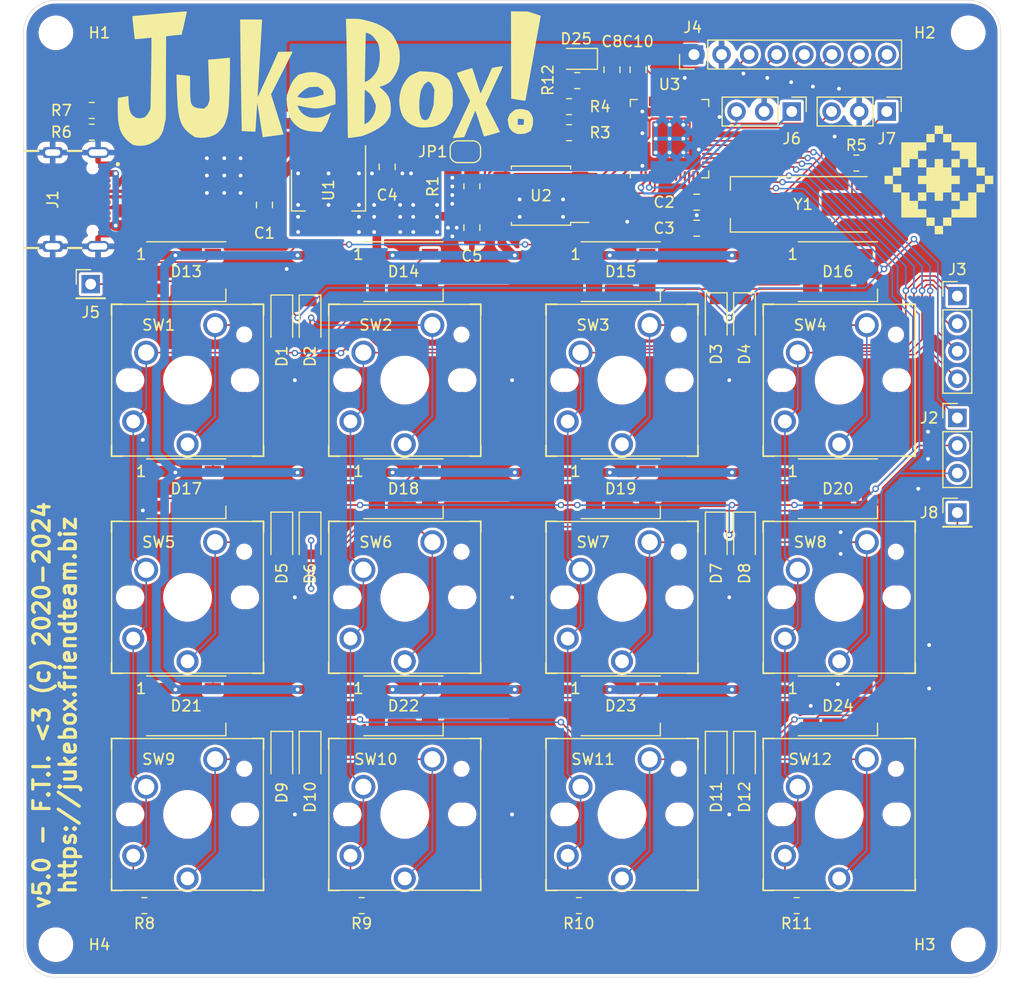
<source format=kicad_pcb>
(kicad_pcb (version 20211014) (generator pcbnew)
  (title_block (title "JukeBoxV5") (date "2023-12-25") (rev "REV1") (company "Friend Team Inc."))
  (layers (0 "F.Cu" signal) (31 "B.Cu" signal) (34 "B.Paste" user) (35 "F.Paste" user) (36 "B.SilkS" user "B.Silkscreen") (37 "F.SilkS" user "F.Silkscreen") (38 "B.Mask" user) (39 "F.Mask" user) (44 "Edge.Cuts" user))
  (net 0 "")
  (net 1 "GND")
  (net 2 "VBUS")
  (net 3 "/XIN")
  (net 4 "/XOUT")
  (net 5 "+3V3")
  (net 6 "+1V1")
  (net 7 "Net-(D1-Pad2)")
  (net 8 "/~{USB_BOOT}")
  (net 9 "/GPIO15")
  (net 10 "/GPIO14")
  (net 11 "/GPIO13")
  (net 12 "/GPIO12")
  (net 13 "/GPIO11")
  (net 14 "/GPIO10")
  (net 15 "/GPIO9")
  (net 16 "/GPIO8")
  (net 17 "/GPIO7")
  (net 18 "/GPIO6")
  (net 19 "/GPIO5")
  (net 20 "/GPIO4")
  (net 21 "/GPIO3")
  (net 22 "/GPIO2")
  (net 23 "Net-(D2-Pad2)")
  (net 24 "Net-(D3-Pad2)")
  (net 25 "/GPIO29_ADC3")
  (net 26 "/GPIO28_ADC2")
  (net 27 "/GPIO27_ADC1")
  (net 28 "/GPIO26_ADC0")
  (net 29 "/GPIO19")
  (net 30 "/GPIO18")
  (net 31 "/GPIO17")
  (net 32 "/GPIO16")
  (net 33 "Net-(D4-Pad2)")
  (net 34 "Net-(D5-Pad2)")
  (net 35 "/QSPI_SS")
  (net 36 "/QSPI_SD3")
  (net 37 "/QSPI_SCLK")
  (net 38 "/QSPI_SD0")
  (net 39 "/QSPI_SD2")
  (net 40 "/QSPI_SD1")
  (net 41 "/USB_D+")
  (net 42 "/USB_D-")
  (net 43 "Net-(C3-Pad1)")
  (net 44 "Net-(D6-Pad2)")
  (net 45 "Net-(D7-Pad2)")
  (net 46 "Net-(D8-Pad2)")
  (net 47 "Net-(D9-Pad2)")
  (net 48 "Net-(D10-Pad2)")
  (net 49 "Net-(D11-Pad2)")
  (net 50 "Net-(D12-Pad2)")
  (net 51 "Net-(D13-Pad2)")
  (net 52 "Net-(D14-Pad2)")
  (net 53 "Net-(D15-Pad2)")
  (net 54 "Net-(D16-Pad2)")
  (net 55 "Net-(D17-Pad2)")
  (net 56 "Net-(D18-Pad2)")
  (net 57 "Net-(D19-Pad2)")
  (net 58 "Net-(D20-Pad2)")
  (net 59 "Net-(D21-Pad2)")
  (net 60 "Net-(D22-Pad2)")
  (net 61 "Net-(D23-Pad2)")
  (net 63 "Net-(J1-PadB5)")
  (net 65 "/DBGRX")
  (net 66 "/DBGTX")
  (net 67 "/DBGSC")
  (net 68 "/DBGSD")
  (net 69 "Net-(D25-Pad2)")
  (net 70 "/RGBDOUT")
  (net 71 "/USB_R_D+")
  (net 72 "/USB_R_D-")
  (net 73 "/GPIO25")
  (net 74 "/GPIO24")
  (net 75 "/GPIO23")
  (net 76 "/GPIO22")
  (net 77 "/GPIO21")
  (net 78 "/GPIO20")
  (net 79 "Net-(J1-PadA5)")
  (footprint "Diode_SMD:D_SOD-123" (layer "F.Cu") (at 151.89 136.05 -90)
    (fp_text reference "D4")
    (fp_text value "DIODE")
  )
  (footprint "RP2040_minimal:RP2040-QFN-56" (layer "F.Cu") (at 144.99 119.6 90)
    (fp_text reference "U3")
    (fp_text value "RP2040")
  )
  (footprint "LED_SMD:LED_WS2812B_PLCC4_5.0x5.0mm_P3.2mm" (layer "F.Cu") (at 140.49 151.85)
    (fp_text reference "D19")
    (fp_text value "WS2812B")
  )
  (footprint "Capacitor_SMD:C_0805_2012Metric_Pad1.18x1.45mm_HandSolder" (layer "F.Cu") (at 139.69 113.25 90)
    (fp_text reference "C8")
    (fp_text value "1u")
  )
  (footprint "Diode_SMD:D_0805_2012Metric_Pad1.15x1.40mm_HandSolder" (layer "F.Cu") (at 136.49 112.25 180)
    (fp_text reference "D25")
    (fp_text value "LED")
  )
  (footprint "Diode_SMD:D_SOD-123" (layer "F.Cu") (at 111.89 176.45 -90)
    (fp_text reference "D10")
    (fp_text value "DIODE")
  )
  (footprint "RP2040_minimal:Kailh_Choc_MX_Key" (layer "F.Cu") (at 120.49 181.85)
    (fp_text reference "SW10")
    (fp_text value "SW_SPST")
  )
  (footprint "MountingHole:MountingHole_2.7mm_M2.5" (layer "F.Cu") (at 88.49 193.85)
    (fp_text reference "H4")
    (fp_text value "MountingHole")
  )
  (footprint "LED_SMD:LED_WS2812B_PLCC4_5.0x5.0mm_P3.2mm" (layer "F.Cu") (at 120.49 171.85)
    (fp_text reference "D22")
    (fp_text value "WS2812B")
  )
  (footprint "Resistor_SMD:R_0805_2012Metric_Pad1.20x1.40mm_HandSolder" (layer "F.Cu") (at 136.49 114.25 180)
    (fp_text reference "R12")
    (fp_text value "200")
  )
  (footprint "Connector_PinHeader_2.54mm:PinHeader_1x08_P2.54mm_Vertical" (layer "F.Cu") (at 147.24 111.85 90)
    (fp_text reference "J4")
    (fp_text value "Conn_01x08")
  )
  (footprint "LED_SMD:LED_WS2812B_PLCC4_5.0x5.0mm_P3.2mm" (layer "F.Cu") (at 160.49 131.85)
    (fp_text reference "D16")
    (fp_text value "WS2812B")
  )
  (footprint "MountingHole:MountingHole_2.7mm_M2.5" (layer "F.Cu") (at 172.49 109.85)
    (fp_text reference "H2")
    (fp_text value "MountingHole")
  )
  (footprint "RP2040_minimal:FTI" (layer "F.Cu") (at 169.79 123.4)
    (fp_text reference "G***" hide)
    (fp_text value "LOGO" hide)
  )
  (footprint "RP2040_minimal:Kailh_Choc_MX_Key" (layer "F.Cu") (at 140.49 141.85)
    (fp_text reference "SW3")
    (fp_text value "SW_SPST")
  )
  (footprint "Capacitor_SMD:C_0805_2012Metric_Pad1.18x1.45mm_HandSolder" (layer "F.Cu") (at 147.49 127.85 180)
    (fp_text reference "C3")
    (fp_text value "27p")
  )
  (footprint "Diode_SMD:D_SOD-123" (layer "F.Cu") (at 151.89 156.25 -90)
    (fp_text reference "D8")
    (fp_text value "DIODE")
  )
  (footprint "RP2040_minimal:JukeBox" (layer "F.Cu") (at 113.59 114)
    (fp_text reference "G1" hide)
    (fp_text value "LOGO" hide)
  )
  (footprint "Package_TO_SOT_SMD:SOT-223-3_TabPin2" (layer "F.Cu") (at 113.59 124.35 -90)
    (fp_text reference "U1")
    (fp_text value "NCP1117-3.3_SOT223")
  )
  (footprint "RP2040_minimal:Kailh_Choc_MX_Key" (layer "F.Cu") (at 100.49 161.85)
    (fp_text reference "SW5")
    (fp_text value "SW_SPST")
  )
  (footprint "Resistor_SMD:R_0805_2012Metric_Pad1.20x1.40mm_HandSolder" (layer "F.Cu") (at 126.79 124 -90)
    (fp_text reference "R1")
    (fp_text value "1k")
  )
  (footprint "RP2040_minimal:Kailh_Choc_MX_Key" (layer "F.Cu") (at 100.49 141.85)
    (fp_text reference "SW1")
    (fp_text value "SW_SPST")
  )
  (footprint "Diode_SMD:D_SOD-123" (layer "F.Cu") (at 151.89 176.45 -90)
    (fp_text reference "D12")
    (fp_text value "DIODE")
  )
  (footprint "Capacitor_SMD:C_0805_2012Metric_Pad1.18x1.45mm_HandSolder" (layer "F.Cu") (at 142.09 113.25 90)
    (fp_text reference "C10")
    (fp_text value "1u")
  )
  (footprint "RP2040_minimal:Kailh_Choc_MX_Key" (layer "F.Cu") (at 100.49 181.85)
    (fp_text reference "SW9")
    (fp_text value "SW_SPST")
  )
  (footprint "Resistor_SMD:R_0805_2012Metric_Pad1.20x1.40mm_HandSolder" (layer "F.Cu") (at 91.79 119)
    (fp_text reference "R6")
    (fp_text value "5.11k")
  )
  (footprint "Resistor_SMD:R_0805_2012Metric_Pad1.20x1.40mm_HandSolder" (layer "F.Cu") (at 135.74 119.05)
    (fp_text reference "R3")
    (fp_text value "27")
  )
  (footprint "RP2040_minimal:Kailh_Choc_MX_Key" (layer "F.Cu") (at 120.49 161.85)
    (fp_text reference "SW6")
    (fp_text value "SW_SPST")
  )
  (footprint "RP2040_minimal:Kailh_Choc_MX_Key" (layer "F.Cu") (at 120.49 141.85)
    (fp_text reference "SW2")
    (fp_text value "SW_SPST")
  )
  (footprint "Resistor_SMD:R_0805_2012Metric_Pad1.20x1.40mm_HandSolder" (layer "F.Cu") (at 135.74 116.65)
    (fp_text reference "R4")
    (fp_text value "27")
  )
  (footprint "Diode_SMD:D_SOD-123" (layer "F.Cu") (at 111.89 156.25 -90)
    (fp_text reference "D6")
    (fp_text value "DIODE")
  )
  (footprint "Connector_PinHeader_2.54mm:PinHeader_1x04_P2.54mm_Vertical" (layer "F.Cu") (at 171.49 134.1)
    (fp_text reference "J3")
    (fp_text value "Conn_01x04")
  )
  (footprint "Resistor_SMD:R_0805_2012Metric_Pad1.20x1.40mm_HandSolder" (layer "F.Cu") (at 156.69 190.25 180)
    (fp_text reference "R11")
    (fp_text value "10k")
  )
  (footprint "RP2040_minimal:Crystal_SMD_HC49-US" (layer "F.Cu") (at 157.29 125.65)
    (fp_text reference "Y1")
    (fp_text value "ABLS-12.000MHZ-B4-T")
  )
  (footprint "LED_SMD:LED_WS2812B_PLCC4_5.0x5.0mm_P3.2mm" (layer "F.Cu") (at 140.49 131.85)
    (fp_text reference "D15")
    (fp_text value "WS2812B")
  )
  (footprint "LED_SMD:LED_WS2812B_PLCC4_5.0x5.0mm_P3.2mm" (layer "F.Cu") (at 140.49 171.85)
    (fp_text reference "D23")
    (fp_text value "WS2812B")
  )
  (footprint "LED_SMD:LED_WS2812B_PLCC4_5.0x5.0mm_P3.2mm" (layer "F.Cu") (at 160.49 151.85)
    (fp_text reference "D20")
    (fp_text value "WS2812B")
  )
  (footprint "LED_SMD:LED_WS2812B_PLCC4_5.0x5.0mm_P3.2mm" (layer "F.Cu") (at 100.49 151.85)
    (fp_text reference "D17")
    (fp_text value "WS2812B")
  )
  (footprint "Diode_SMD:D_SOD-123" (layer "F.Cu") (at 111.89 136.25 -90)
    (fp_text reference "D2")
    (fp_text value "DIODE")
  )
  (footprint "LED_SMD:LED_WS2812B_PLCC4_5.0x5.0mm_P3.2mm" (layer "F.Cu") (at 100.49 131.85)
    (fp_text reference "D13")
    (fp_text value "WS2812B")
  )
  (footprint "Capacitor_SMD:C_0805_2012Metric_Pad1.18x1.45mm_HandSolder" (layer "F.Cu") (at 126.79 127.8 -90)
    (fp_text reference "C5")
    (fp_text value "100n")
  )
  (footprint "RP2040_minimal:Kailh_Choc_MX_Key" (layer "F.Cu") (at 160.49 181.85)
    (fp_text reference "SW12")
    (fp_text value "SW_SPST")
  )
  (footprint "Diode_SMD:D_SOD-123" (layer "F.Cu") (at 149.29 156.25 -90)
    (fp_text reference "D7")
    (fp_text value "DIODE")
  )
  (footprint "Jumper:SolderJumper-2_P1.3mm_Open_RoundedPad1.0x1.5mm" (layer "F.Cu") (at 126.19 120.8)
    (fp_text reference "JP1")
    (fp_text value "SolderJumper_2_Open")
  )
  (footprint "LED_SMD:LED_WS2812B_PLCC4_5.0x5.0mm_P3.2mm" (layer "F.Cu") (at 120.49 151.85)
    (fp_text reference "D18")
    (fp_text value "WS2812B")
  )
  (footprint "MountingHole:MountingHole_2.7mm_M2.5" (layer "F.Cu") (at 172.49 193.85)
    (fp_text reference "H3")
    (fp_text value "MountingHole")
  )
  (footprint "RP2040_minimal:Kailh_Choc_MX_Key" (layer "F.Cu") (at 160.49 141.85)
    (fp_text reference "SW4")
    (fp_text value "SW_SPST")
  )
  (footprint "Capacitor_SMD:C_0805_2012Metric_Pad1.18x1.45mm_HandSolder" (layer "F.Cu") (at 147.49 125.45 180)
    (fp_text reference "C2")
    (fp_text value "27p")
  )
  (footprint "Diode_SMD:D_SOD-123" (layer "F.Cu") (at 109.29 176.45 -90)
    (fp_text reference "D9")
    (fp_text value "DIODE")
  )
  (footprint "Connector_PinHeader_2.54mm:PinHeader_1x01_P2.54mm_Vertical" (layer "F.Cu") (at 91.69 133)
    (fp_text reference "J5")
    (fp_text value "Conn_01x01")
  )
  (footprint "Capacitor_SMD:C_0805_2012Metric_Pad1.18x1.45mm_HandSolder" (layer "F.Cu") (at 118.99 122.2 90)
    (fp_text reference "C4")
    (fp_text value "10u")
  )
  (footprint "RP2040_minimal:Kailh_Choc_MX_Key" (layer "F.Cu") (at 140.49 161.85)
    (fp_text reference "SW7")
    (fp_text value "SW_SPST")
  )
  (footprint "Connector_PinHeader_2.54mm:PinHeader_1x03_P2.54mm_Vertical" (layer "F.Cu") (at 164.99 117.1 -90)
    (fp_text reference "J7")
    (fp_text value "Conn_01x03")
  )
  (footprint "Connector_PinHeader_2.54mm:PinHeader_1x03_P2.54mm_Vertical" (layer "F.Cu") (at 171.49 145.325)
    (fp_text reference "J2")
    (fp_text value "Conn_01x03")
  )
  (footprint "LED_SMD:LED_WS2812B_PLCC4_5.0x5.0mm_P3.2mm" (layer "F.Cu") (at 100.49 171.85)
    (fp_text reference "D21")
    (fp_text value "WS2812B")
  )
  (footprint "Capacitor_SMD:C_0805_2012Metric_Pad1.18x1.45mm_HandSolder" (layer "F.Cu") (at 107.69 125.7 -90)
    (fp_text reference "C1")
    (fp_text value "10u")
  )
  (footprint "Diode_SMD:D_SOD-123" (layer "F.Cu") (at 109.29 136.25 -90)
    (fp_text reference "D1")
    (fp_text value "DIODE")
  )
  (footprint "Resistor_SMD:R_0805_2012Metric_Pad1.20x1.40mm_HandSolder" (layer "F.Cu") (at 136.64 190.25 180)
    (fp_text reference "R10")
    (fp_text value "10k")
  )
  (footprint "Connector_PinHeader_2.54mm:PinHeader_1x01_P2.54mm_Vertical" (layer "F.Cu") (at 171.49 154.05)
    (fp_text reference "J8")
    (fp_text value "Conn_01x01")
  )
  (footprint "Resistor_SMD:R_0805_2012Metric_Pad1.20x1.40mm_HandSolder" (layer "F.Cu") (at 116.64 190.25 180)
    (fp_text reference "R9")
    (fp_text value "10k")
  )
  (footprint "Resistor_SMD:R_0805_2012Metric_Pad1.20x1.40mm_HandSolder" (layer "F.Cu") (at 91.79 117)
    (fp_text reference "R7")
    (fp_text value "5.11k")
  )
  (footprint "RP2040_minimal:Kailh_Choc_MX_Key" (layer "F.Cu") (at 140.49 181.85)
    (fp_text reference "SW11")
    (fp_text value "SW_SPST")
  )
  (footprint "Resistor_SMD:R_0805_2012Metric_Pad1.20x1.40mm_HandSolder" (layer "F.Cu") (at 162.19 121.85)
    (fp_text reference "R5")
    (fp_text value "1k")
  )
  (footprint "Diode_SMD:D_SOD-123" (layer "F.Cu") (at 149.29 176.45 -90)
    (fp_text reference "D11")
    (fp_text value "DIODE")
  )
  (footprint "RP2040_minimal:Kailh_Choc_MX_Key" (layer "F.Cu") (at 160.49 161.85)
    (fp_text reference "SW8")
    (fp_text value "SW_SPST")
  )
  (footprint "MountingHole:MountingHole_2.7mm_M2.5" (layer "F.Cu") (at 88.49 109.85)
    (fp_text reference "H1")
    (fp_text value "MountingHole")
  )
  (footprint "RP2040_minimal:GCT_USB4105-GF-A" (layer "F.Cu") (at 88.19 125.2 -90)
    (fp_text reference "J1")
    (fp_text value "USB4105-GF-A")
  )
  (footprint "LED_SMD:LED_WS2812B_PLCC4_5.0x5.0mm_P3.2mm" (layer "F.Cu") (at 160.49 171.85)
    (fp_text reference "D24")
    (fp_text value "WS2812B")
  )
  (footprint "LED_SMD:LED_WS2812B_PLCC4_5.0x5.0mm_P3.2mm" (layer "F.Cu") (at 120.49 131.85)
    (fp_text reference "D14")
    (fp_text value "WS2812B")
  )
  (footprint "Diode_SMD:D_SOD-123" (layer "F.Cu") (at 149.29 136.05 -90)
    (fp_text reference "D3")
    (fp_text value "DIODE")
  )
  (footprint "Resistor_SMD:R_0805_2012Metric_Pad1.20x1.40mm_HandSolder" (layer "F.Cu") (at 96.64 190.25 180)
    (fp_text reference "R8")
    (fp_text value "10k")
  )
  (footprint "Diode_SMD:D_SOD-123" (layer "F.Cu") (at 109.29 156.25 -90)
    (fp_text reference "D5")
    (fp_text value "DIODE")
  )
  (footprint "Connector_PinHeader_2.54mm:PinHeader_1x03_P2.54mm_Vertical" (layer "F.Cu") (at 156.24 117.1 -90)
    (fp_text reference "J6")
    (fp_text value "Conn_01x03")
  )
  (footprint "Package_SO:SOIC-8_5.23x5.23mm_P1.27mm" (layer "F.Cu") (at 133.155 124.85 180)
    (fp_text reference "U2")
    (fp_text value "W25Q128JVS")
  )
  (gr_arc (start 85.49 109.85) (mid 86.36868 107.72868) (end 88.49 106.85) (layer "Edge.Cuts") (width 0.05))
  (gr_arc (start 175.49 193.85) (mid 174.61132 195.97132) (end 172.49 196.85) (layer "Edge.Cuts") (width 0.05))
  (gr_line (start 85.49 193.85) (end 85.49 109.85) (layer "Edge.Cuts") (width 0.05))
  (gr_line (start 88.49 106.85) (end 172.49 106.85) (layer "Edge.Cuts") (width 0.05))
  (gr_arc (start 172.49 106.85) (mid 174.61132 107.72868) (end 175.49 109.85) (layer "Edge.Cuts") (width 0.05))
  (gr_arc (start 88.49 196.85) (mid 86.36868 195.97132) (end 85.49 193.85) (layer "Edge.Cuts") (width 0.05))
  (gr_line (start 172.49 196.85) (end 88.49 196.85) (layer "Edge.Cuts") (width 0.05))
  (gr_line (start 175.49 109.85) (end 175.49 193.85) (layer "Edge.Cuts") (width 0.05))
  (gr_text "v5.0 - F.T.I. <3 (c) 2020-2024\nhttps://jukebox.friendteam.biz" (at 88.39 171.8 90) (layer "F.SilkS") (effects (font (size 1.5 1.5) (thickness 0.3))))
  (segment (start 148.4275 120.6) (end 147.683629 120.6) (width 0.2) (layer "F.Cu") (net 1))
  (segment (start 147.683629 120.6) (end 147.683615 120.600014) (width 0.2) (layer "F.Cu") (net 1))
  (via (at 156.19 114.4) (size 0.6) (drill 0.35) (layers "F.Cu" "B.Cu") (net 1))
  (via (at 135.19 125.2) (size 0.6) (drill 0.35) (layers "F.Cu" "B.Cu") (net 1))
  (via (at 102.39 123) (size 0.6) (drill 0.35) (layers "F.Cu" "B.Cu") (net 1))
  (via (at 150.49 141.85) (size 0.6) (drill 0.35) (layers "F.Cu" "B.Cu") (net 1))
  (via (at 131.19 126.8) (size 0.6) (drill 0.35) (layers "F.Cu" "B.Cu") (net 1))
  (via (at 124.99 125.6) (size 0.6) (drill 0.35) (layers "F.Cu" "B.Cu") (net 1))
  (via (at 146.39 114) (size 0.6) (drill 0.35) (layers "F.Cu" "B.Cu") (net 1))
  (via (at 124.99 123.2) (size 0.6) (drill 0.35) (layers "F.Cu" "B.Cu") (net 1))
  (via (at 160.49 169.85) (size 0.6) (drill 0.35) (layers "F.Cu" "B.Cu") (net 1))
  (via (at 125.39 127.8) (size 0.6) (drill 0.35) (layers "F.Cu" "B.Cu") (net 1))
  (via (at 110.49 141.85) (size 0.6) (drill 0.35) (layers "F.Cu" "B.Cu") (net 1))
  (via (at 105.49 123) (size 0.6) (drill 0.35) (layers "F.Cu" "B.Cu") (net 1))
  (via (at 130.49 161.85) (size 0.6) (drill 0.35) (layers "F.Cu" "B.Cu") (net 1))
  (via (at 151.79 113.6) (size 0.6) (drill 0.35) (layers "F.Cu" "B.Cu") (net 1))
  (via (at 168.89 170.25) (size 0.6) (drill 0.35) (layers "F.Cu" "B.Cu") (net 1))
  (via (at 168.79 146.6) (size 0.6) (drill 0.35) (layers "F.Cu" "B.Cu") (net 1))
  (via (at 105.49 124.6) (size 0.6) (drill 0.35) (layers "F.Cu" "B.Cu") (net 1))
  (via (at 150.49 161.85) (size 0.6) (drill 0.35) (layers "F.Cu" "B.Cu") (net 1))
  (via (at 147.49 126.65) (size 0.6) (drill 0.35) (layers "F.Cu" "B.Cu") (net 1))
  (via (at 153.99 114) (size 0.6) (drill 0.35) (layers "F.Cu" "B.Cu") (net 1))
  (via (at 124.99 124) (size 0.6) (drill 0.35) (layers "F.Cu" "B.Cu") (net 1))
  (via (at 168.79 149.1) (size 0.6) (drill 0.35) (layers "F.Cu" "B.Cu") (net 1))
  (via (at 150.49 181.85) (size 0.6) (drill 0.35) (layers "F.Cu" "B.Cu") (net 1))
  (via (at 103.99 123) (size 0.6) (drill 0.35) (layers "F.Cu" "B.Cu") (net 1))
  (via (at 168.89 166.25) (size 0.6) (drill 0.35) (layers "F.Cu" "B.Cu") (net 1))
  (via (at 109.74 131.6) (size 0.6) (drill 0.35) (layers "F.Cu" "B.Cu") (net 1))
  (via (at 102.39 124.6) (size 0.6) (drill 0.35) (layers "F.Cu" "B.Cu") (net 1))
  (via (at 110.49 181.85) (size 0.6) (drill 0.35) (layers "F.Cu" "B.Cu") (net 1))
  (via (at 158.19 114.8) (size 0.6) (drill 0.35) (layers "F.Cu" "B.Cu") (net 1))
  (via (at 167.89 151.85) (size 0.6) (drill 0.35) (layers "F.Cu" "B.Cu") (net 1))
  (via (at 103.99 121.4) (size 0.6) (drill 0.35) (layers "F.Cu" "B.Cu") (net 1))
  (via (at 160.74 155.85) (size 0.6) (drill 0.35) (layers "F.Cu" "B.Cu") (net 1))
  (via (at 124.99 128.6) (size 0.6) (drill 0.35) (layers "F.Cu" "B.Cu") (net 1))
  (via (at 130.49 141.85) (size 0.6) (drill 0.35) (layers "F.Cu" "B.Cu") (net 1))
  (via (at 124.59 127.8) (size 0.6) (drill 0.35) (layers "F.Cu" "B.Cu") (net 1))
  (via (at 135.19 126.8) (size 0.6) (drill 0.35) (layers "F.Cu" "B.Cu") (net 1))
  (via (at 105.49 121.4) (size 0.6) (drill 0.35) (layers "F.Cu" "B.Cu") (net 1))
  (via (at 131.19 125.2) (size 0.6) (drill 0.35) (layers "F.Cu" "B.Cu") (net 1))
  (via (at 141.09 127.25) (size 0.6) (drill 0.35) (layers "F.Cu" "B.Cu") (net 1))
  (via (at 124.99 124.8) (size 0.6) (drill 0.35) (layers "F.Cu" "B.Cu") (net 1))
  (via (at 102.39 121.4) (size 0.6) (drill 0.35) (layers "F.Cu" "B.Cu") (net 1))
  (via (at 160.74 157.85) (size 0.6) (drill 0.35) (layers "F.Cu" "B.Cu") (net 1))
  (via (at 160.19 119.4) (size 0.6) (drill 0.35) (layers "F.Cu" "B.Cu") (net 1))
  (via (at 96.49 153.85) (size 0.6) (drill 0.35) (layers "F.Cu" "B.Cu") (net 1))
  (via (at 130.49 181.85) (size 0.6) (drill 0.35) (layers "F.Cu" "B.Cu") (net 1))
  (via (at 157.99 171.85) (size 0.6) (drill 0.35) (layers "F.Cu" "B.Cu") (net 1))
  (via (at 160.59 115) (size 0.6) (drill 0.35) (layers "F.Cu" "B.Cu") (net 1))
  (via (at 110.49 161.85) (size 0.6) (drill 0.35) (layers "F.Cu" "B.Cu") (net 1))
  (via (at 103.99 124.6) (size 0.6) (drill 0.35) (layers "F.Cu" "B.Cu") (net 1))
  (via (at 149.59 117.6) (size 0.6) (drill 0.35) (layers "F.Cu" "B.Cu") (net 1))
  (via (at 147.683615 120.600014) (size 0.6) (drill 0.35) (layers "F.Cu" "B.Cu") (net 1))
  (via (at 96.49 147.35) (size 0.6) (drill 0.35) (layers "F.Cu" "B.Cu") (net 1))
  (segment (start 143.715 119.6) (end 143.715 118.325) (width 0.4) (layer "B.Cu") (net 1))
  (segment (start 144.99 119.6) (end 144.99 118.325) (width 0.4) (layer "B.Cu") (net 1))
  (segment (start 146.265 119.6) (end 144.99 119.6) (width 0.4) (layer "B.Cu") (net 1))
  (segment (start 144.99 119.6) (end 144.99 120.875) (width 0.4) (layer "B.Cu") (net 1))
  (segment (start 144.99 119.6) (end 143.715 119.6) (width 0.4) (layer "B.Cu") (net 1))
  (segment (start 143.715 120.875) (end 143.715 119.6) (width 0.4) (layer "B.Cu") (net 1))
  (segment (start 93.99 122.8) (end 92.945 122.8) (width 0.6) (layer "F.Cu") (net 2))
  (segment (start 93.99 127.6) (end 92.945 127.6) (width 0.6) (layer "F.Cu") (net 2))
  (segment (start 111.29 121.2) (end 111.046497 121.2) (width 1) (layer "F.Cu") (net 2))
  (segment (start 104.646497 127.6) (end 93.99 127.6) (width 1) (layer "F.Cu") (net 2))
  (segment (start 111.046497 121.2) (end 104.646497 127.6) (width 1) (layer "F.Cu") (net 2))
  (via (at 93.99 127.6) (size 0.6) (drill 0.35) (layers "F.Cu" "B.Cu") (net 2))
  (via (at 93.99 122.8) (size 0.6) (drill 0.35) (layers "F.Cu" "B.Cu") (net 2))
  (segment (start 93.99 127.6) (end 93.99 122.8) (width 0.6) (layer "B.Cu") (net 2))
  (segment (start 154.54 125.65) (end 152.79 125.65) (width 0.15) (layer "F.Cu") (net 3))
  (segment (start 158.99 121.2) (end 154.54 125.65) (width 0.15) (layer "F.Cu") (net 3))
  (segment (start 158.59 120.2) (end 158.99 120.6) (width 0.15) (layer "F.Cu") (net 3))
  (segment (start 148.4275 120.2) (end 158.59 120.2) (width 0.15) (layer "F.Cu") (net 3))
  (segment (start 152.79 125.65) (end 148.7275 125.65) (width 0.15) (layer "F.Cu") (net 3))
  (segment (start 158.99 120.6) (end 158.99 121.2) (width 0.15) (layer "F.Cu") (net 3))
  (segment (start 148.7275 125.65) (end 148.5275 125.45) (width 0.15) (layer "F.Cu") (net 3))
  (segment (start 161.19 121.675) (end 159.315 119.8) (width 0.15) (layer "F.Cu") (net 4))
  (segment (start 161.19 121.85) (end 161.19 121.675) (width 0.15) (layer "F.Cu") (net 4))
  (segment (start 159.315 119.8) (end 148.4275 119.8) (width 0.15) (layer "F.Cu") (net 4))
  (segment (start 138.04 130.25) (end 137.94 130.35) (width 0.8) (layer "F.Cu") (net 5))
  (segment (start 145.99 123.0375) (end 145.99 122.6) (width 0.15) (layer "F.Cu") (net 5))
  (segment (start 158.04 130.25) (end 157.94 130.35) (width 0.8) (layer "F.Cu") (net 5))
  (segment (start 99.49 170.35) (end 98.14 170.35) (width 0.8) (layer "F.Cu") (net 5))
  (segment (start 142.39 114.5875) (end 142.39 116.1625) (width 0.2) (layer "F.Cu") (net 5))
  (segment (start 142.39 116.1625) (end 142.39 116.6) (width 0.15) (layer "F.Cu") (net 5))
  (segment (start 141.5525 119) (end 141.5525 119.4) (width 0.15) (layer "F.Cu") (net 5))
  (segment (start 118.04 130.25) (end 117.94 130.35) (width 0.8) (layer "F.Cu") (net 5))
  (segment (start 119.49 150.35) (end 118.14 150.35) (width 0.8) (layer "F.Cu") (net 5))
  (segment (start 118.04 170.25) (end 117.94 170.35) (width 0.8) (layer "F.Cu") (net 5))
  (segment (start 98.14 150.35) (end 98.04 150.25) (width 0.8) (layer "F.Cu") (net 5))
  (segment (start 157.94 150.35) (end 150.74 150.35) (width 0.8) (layer "F.Cu") (net 5))
  (segment (start 118.14 170.35) (end 118.04 170.25) (width 0.8) (layer "F.Cu") (net 5))
  (segment (start 138.04 150.25) (end 137.94 150.35) (width 0.8) (layer "F.Cu") (net 5))
  (segment (start 139.49 170.35) (end 138.14 170.35) (width 0.8) (layer "F.Cu") (net 5))
  (segment (start 119.49 170.35) (end 118.14 170.35) (width 0.8) (layer "F.Cu") (net 5))
  (segment (start 117.94 170.35) (end 110.74 170.35) (width 0.8) (layer "F.Cu") (net 5))
  (segment (start 148.4275 119.4) (end 147.99 119.4) (width 0.15) (layer "F.Cu") (net 5))
  (segment (start 141.5525 117.4) (end 141.99 117.4) (width 0.15) (layer "F.Cu") (net 5))
  (segment (start 129.555 129.315) (end 129.555 126.755) (width 0.8) (layer "F.Cu") (net 5))
  (segment (start 158.04 170.25) (end 157.94 170.35) (width 0.8) (layer "F.Cu") (net 5))
  (segment (start 118.14 150.35) (end 118.04 150.25) (width 0.8) (layer "F.Cu") (net 5))
  (segment (start 99.49 150.35) (end 98.14 150.35) (width 0.8) (layer "F.Cu") (net 5))
  (segment (start 138.14 150.35) (end 138.04 150.25) (width 0.8) (layer "F.Cu") (net 5))
  (segment (start 99.49 130.35) (end 98.14 130.35) (width 0.8) (layer "F.Cu") (net 5))
  (segment (start 142.39 116.1625) (end 141.5525 117) (width 0.15) (layer "F.Cu") (net 5))
  (segment (start 139.49 150.35) (end 138.14 150.35) (width 0.8) (layer "F.Cu") (net 5))
  (segment (start 141.5525 119.4) (end 141.99 119.4) (width 0.15) (layer "F.Cu") (net 5))
  (segment (start 141.5525 119) (end 141.99 119) (width 0.15) (layer "F.Cu") (net 5))
  (segment (start 123.635 126.755) (end 123.59 126.8) (width 0.8) (layer "F.Cu") (net 5))
  (segment (start 145.99 116.1625) (end 145.99 116.6) (width 0.15) (layer "F.Cu") (net 5))
  (segment (start 137.94 130.35) (end 130.74 130.35) (width 0.8) (layer "F.Cu") (net 5))
  (segment (start 118.04 150.25) (end 117.94 150.35) (width 0.8) (layer "F.Cu") (net 5))
  (segment (start 117.94 130.35) (end 110.74 130.35) (width 0.8) (layer "F.Cu") (net 5))
  (segment (start 139.49 130.35) (end 138.14 130.35) (width 0.8) (layer "F.Cu") (net 5))
  (segment (start 129.555 126.755) (end 123.635 126.755) (width 0.8) (layer "F.Cu") (net 5))
  (segment (start 157.94 130.35) (end 150.74 130.35) (width 0.8) (layer "F.Cu") (net 5))
  (segment (start 138.04 170.25) (end 137.94 170.35) (width 0.8) (layer "F.Cu") (net 5))
  (segment (start 118.14 130.35) (end 118.04 130.25) (width 0.8) (layer "F.Cu") (net 5))
  (segment (start 98.14 170.35) (end 98.04 170.25) (width 0.8) (layer "F.Cu") (net 5))
  (segment (start 141.5525 117) (end 141.99 117) (width 0.15) (layer "F.Cu") (net 5))
  (segment (start 158.04 150.25) (end 157.94 150.35) (width 0.8) (layer "F.Cu") (net 5))
  (segment (start 130.74 130.35) (end 130.59 130.35) (width 0.8) (layer "F.Cu") (net 5))
  (segment (start 138.14 130.35) (end 138.04 130.25) (width 0.8) (layer "F.Cu") (net 5))
  (segment (start 142.39 123.0375) (end 142.39 122.6) (width 0.15) (layer "F.Cu") (net 5))
  (segment (start 118.04 130.25) (end 118.04 128.45) (width 0.8) (layer "F.Cu") (net 5))
  (segment (start 130.59 130.35) (end 129.555 129.315) (width 0.8) (layer "F.Cu") (net 5))
  (segment (start 119.49 130.35) (end 118.14 130.35) (width 0.8) (layer "F.Cu") (net 5))
  (segment (start 137.94 170.35) (end 130.74 170.35) (width 0.8) (layer "F.Cu") (net 5))
  (segment (start 98.14 130.35) (end 98.04 130.25) (width 0.8) (layer "F.Cu") (net 5))
  (segment (start 138.14 170.35) (end 138.04 170.25) (width 0.8) (layer "F.Cu") (net 5))
  (segment (start 142.09 114.2875) (end 142.39 114.5875) (width 0.2) (layer "F.Cu") (net 5))
  (segment (start 118.04 128.45) (end 117.79 128.2) (width 0.8) (layer "F.Cu") (net 5))
  (segment (start 137.94 150.35) (end 130.74 150.35) (width 0.8) (layer "F.Cu") (net 5))
  (segment (start 157.94 170.35) (end 150.74 170.35) (width 0.8) (layer "F.Cu") (net 5))
  (segment (start 147.99 117.8) (end 148.4275 117.8) (width 0.15) (layer "F.Cu") (net 5))
  (segment (start 141.5525 117) (end 141.5525 117.4) (width 0.15) (layer "F.Cu") (net 5))
  (segment (start 117.94 150.35) (end 110.74 150.35) (width 0.8) (layer "F.Cu") (net 5))
  (via (at 139.49 170.35) (size 0.6) (drill 0.35) (layers "F.Cu" "B.Cu") (net 5))
  (via (at 142.49 117.1) (size 0.6) (drill 0.35) (layers "F.Cu" "B.Cu") (net 5))
  (via (at 142.49 122.1) (size 0.6) (drill 0.35) (layers "F.Cu" "B.Cu") (net 5))
  (via (at 139.49 130.35) (size 0.6) (drill 0.35) (layers "F.Cu" "B.Cu") (net 5))
  (via (at 110.79 126.8) (size 0.6) (drill 0.35) (layers "F.Cu" "B.Cu") (net 5))
  (via (at 121.39 128.2) (size 0.6) (drill 0.35) (layers "F.Cu" "B.Cu") (net 5))
  (via (at 121.19 122.8) (size 0.6) (drill 0.35) (layers "F.Cu" "B.Cu") (net 5))
  (via (at 110.74 170.35) (size 0.6) (drill 0.35) (layers "F.Cu" "B.Cu") (net 5))
  (via (at 99.49 150.35) (size 0.6) (drill 0.35) (layers "F.Cu" "B.Cu") (net 5))
  (via (at 117.79 125.7) (size 0.6) (drill 0.35) (layers "F.Cu" "B.Cu") (net 5))
  (via (at 99.49 130.35) (size 0.6) (drill 0.35) (layers "F.Cu" "B.Cu") (net 5))
  (via (at 121.39 125.7) (size 0.6) (drill 0.35) (layers "F.Cu" "B.Cu") (net 5))
  (via (at 119.49 170.35) (size 0.6) (drill 0.35) (layers "F.Cu" "B.Cu") (net 5))
  (via (at 139.49 150.35) (size 0.6) (drill 0.35) (layers "F.Cu" "B.Cu") (net 5))
  (via (at 117.79 126.8) (size 0.6) (drill 0.35) (layers "F.Cu" "B.Cu") (net 5))
  (via (at 99.49 170.35) (size 0.6) (drill 0.35) (layers "F.Cu" "B.Cu") (net 5))
  (via (at 110.74 150.35) (size 0.6) (drill 0.35) (layers "F.Cu" "B.Cu") (net 5))
  (via (at 130.74 170.35) (size 0.6) (drill 0.35) (layers "F.Cu" "B.Cu") (net 5))
  (via (at 117.59 122.8) (size 0.6) (drill 0.35) (layers "F.Cu" "B.Cu") (net 5))
  (via (at 150.74 170.35) (size 0.6) (drill 0.35) (layers "F.Cu" "B.Cu") (net 5))
  (via (at 110.79 122.8) (size 0.6) (drill 0.35) (layers "F.Cu" "B.Cu") (net 5))
  (via (at 121.39 126.8) (size 0.6) (drill 0.35) (layers "F.Cu" "B.Cu") (net 5))
  (via (at 119.49 150.35) (size 0.6) (drill 0.35) (layers "F.Cu" "B.Cu") (net 5))
  (via (at 123.59 126.8) (size 0.6) (drill 0.35) (layers "F.Cu" "B.Cu") (net 5))
  (via (at 150.74 150.35) (size 0.6) (drill 0.35) (layers "F.Cu" "B.Cu") (net 5))
  (via (at 110.79 125.7) (size 0.6) (drill 0.35) (layers "F.Cu" "B.Cu") (net 5))
  (via (at 123.59 125.7) (size 0.6) (drill 0.35) (layers "F.Cu" "B.Cu") (net 5))
  (via (at 120.39 122.8) (size 0.6) (drill 0.35) (layers "F.Cu" "B.Cu") (net 5))
  (via (at 120.19 128.2) (size 0.6) (drill 0.35) (layers "F.Cu" "B.Cu") (net 5))
  (via (at 113.59 125.7) (size 0.6) (drill 0.35) (layers "F.Cu" "B.Cu") (net 5))
  (via (at 130.74 150.35) (size 0.6) (drill 0.35) (layers "F.Cu" "B.Cu") (net 5))
  (via (at 116.39 125.7) (size 0.6) (drill 0.35) (layers "F.Cu" "B.Cu") (net 5))
  (via (at 117.79 128.2) (size 0.6) (drill 0.35) (layers "F.Cu" "B.Cu") (net 5))
  (via (at 130.74 130.35) (size 0.6) (drill 0.35) (layers "F.Cu" "B.Cu") (net 5))
  (via (at 142.49 119.1) (size 0.6) (drill 0.35) (layers "F.Cu" "B.Cu") (net 5))
  (via (at 110.74 130.35) (size 0.6) (drill 0.35) (layers "F.Cu" "B.Cu") (net 5))
  (via (at 116.39 122.8) (size 0.6) (drill 0.35) (layers "F.Cu" "B.Cu") (net 5))
  (via (at 110.79 128.2) (size 0.6) (drill 0.35) (layers "F.Cu" "B.Cu") (net 5))
  (via (at 120.19 126.8) (size 0.6) (drill 0.35) (layers "F.Cu" "B.Cu") (net 5))
  (via (at 113.59 122.8) (size 0.6) (drill 0.35) (layers "F.Cu" "B.Cu") (net 5))
  (via (at 120.19 125.7) (size 0.6) (drill 0.35) (layers "F.Cu" "B.Cu") (net 5))
  (via (at 119.49 130.35) (size 0.6) (drill 0.35) (layers "F.Cu" "B.Cu") (net 5))
  (via (at 116.39 128.2) (size 0.6) (drill 0.35) (layers "F.Cu" "B.Cu") (net 5))
  (via (at 150.74 130.35) (size 0.6) (drill 0.35) (layers "F.Cu" "B.Cu") (net 5))
  (via (at 116.39 126.8) (size 0.6) (drill 0.35) (layers "F.Cu" "B.Cu") (net 5))
  (via (at 123.59 128.2) (size 0.6) (drill 0.35) (layers "F.Cu" "B.Cu") (net 5))
  (segment (start 98.49 151.35) (end 99.49 150.35) (width 0.8) (layer "B.Cu") (net 5))
  (segment (start 98.49 131.35) (end 99.49 130.35) (width 0.8) (layer "B.Cu") (net 5))
  (segment (start 110.74 150.35) (end 99.49 150.35) (width 0.8) (layer "B.Cu") (net 5))
  (segment (start 98.49 140.1) (end 98.49 131.35) (width 0.8) (layer "B.Cu") (net 5))
  (segment (start 98.49 160.1) (end 98.49 151.35) (width 0.8) (layer "B.Cu") (net 5))
  (segment (start 130.74 150.35) (end 119.49 150.35) (width 0.8) (layer "B.Cu") (net 5))
  (segment (start 150.74 150.35) (end 139.49 150.35) (width 0.8) (layer "B.Cu") (net 5))
  (segment (start 97.74 160.85) (end 98.49 160.1) (width 0.8) (layer "B.Cu") (net 5))
  (segment (start 99.49 170.35) (end 97.74 168.6) (width 0.8) (layer "B.Cu") (net 5))
  (segment (start 99.49 150.35) (end 97.74 148.6) (width 0.8) (layer "B.Cu") (net 5))
  (segment (start 130.74 170.35) (end 119.49 170.35) (width 0.8) (layer "B.Cu") (net 5))
  (segment (start 97.74 140.85) (end 98.49 140.1) (width 0.8) (layer "B.Cu") (net 5))
  (segment (start 147.24 111.85) (end 142.69 111.85) (width 2) (layer "B.Cu") (net 5))
  (segment (start 97.74 148.6) (end 97.74 140.85) (width 0.8) (layer "B.Cu") (net 5))
  (segment (start 97.74 168.6) (end 97.74 160.85) (width 0.8) (layer "B.Cu") (net 5))
  (segment (start 110.74 170.35) (end 99.49 170.35) (width 0.8) (layer "B.Cu") (net 5))
  (segment (start 110.74 130.35) (end 99.49 130.35) (width 0.8) (layer "B.Cu") (net 5))
  (segment (start 150.74 130.35) (end 139.49 130.35) (width 0.8) (layer "B.Cu") (net 5))
  (segment (start 150.74 170.35) (end 139.49 170.35) (width 0.8) (layer "B.Cu") (net 5))
  (segment (start 130.74 130.35) (end 119.49 130.35) (width 0.8) (layer "B.Cu") (net 5))
  (segment (start 143.14 119.45) (end 142.79 119.8) (width 0.2) (layer "F.Cu") (net 6))
  (segment (start 143.14 117.9808) (end 143.14 119.45) (width 0.2) (layer "F.Cu") (net 6))
  (segment (start 142.79 119.8) (end 141.5525 119.8) (width 0.2) (layer "F.Cu") (net 6))
  (segment (start 142.9592 117.8) (end 143.14 117.9808) (width 0.2) (layer "F.Cu") (net 6))
  (segment (start 148.4275 119) (end 147.14 119) (width 0.2) (layer "F.Cu") (net 6))
  (segment (start 141.04 117.8) (end 139.69 116.45) (width 0.2) (layer "F.Cu") (net 6))
  (segment (start 141.5525 117.8) (end 142.9592 117.8) (width 0.2) (layer "F.Cu") (net 6))
  (segment (start 146.84 118.7) (end 146.84 117.9808) (width 0.2) (layer "F.Cu") (net 6))
  (segment (start 146.6092 117.75) (end 143.3708 117.75) (width 0.2) (layer "F.Cu") (net 6))
  (segment (start 147.14 119) (end 146.84 118.7) (width 0.2) (layer "F.Cu") (net 6))
  (segment (start 146.84 117.9808) (end 146.6092 117.75) (width 0.2) (layer "F.Cu") (net 6))
  (segment (start 143.3708 117.75) (end 143.14 117.9808) (width 0.2) (layer "F.Cu") (net 6))
  (segment (start 141.5525 117.8) (end 141.04 117.8) (width 0.2) (layer "F.Cu") (net 6))
  (segment (start 139.69 116.45) (end 139.69 114.2875) (width 0.2) (layer "F.Cu") (net 6))
  (segment (start 103.15 136.77) (end 108.16 136.77) (width 0.15) (layer "F.Cu") (net 7))
  (segment (start 108.16 136.77) (end 109.29 137.9) (width 0.15) (layer "F.Cu") (net 7))
  (segment (start 103.15 145.21) (end 100.61 147.75) (width 0.15) (layer "B.Cu") (net 7))
  (segment (start 103.15 136.77) (end 103.15 145.21) (width 0.15) (layer "B.Cu") (net 7))
  (segment (start 126.84 122.95) (end 126.79 123) (width 0.15) (layer "F.Cu") (net 8))
  (segment (start 126.84 120.8) (end 126.84 122.95) (width 0.15) (layer "F.Cu") (net 8))
  (segment (start 168.99 138.1) (end 167.59 139.5) (width 0.15) (layer "F.Cu") (net 9))
  (segment (start 162.215736 139.5) (end 162.025736 139.31) (width 0.15) (layer "F.Cu") (net 9))
  (segment (start 155.61 190.17) (end 155.69 190.25) (width 0.15) (layer "F.Cu") (net 9))
  (segment (start 167.59 139.5) (end 162.215736 139.5) (width 0.15) (layer "F.Cu") (net 9))
  (segment (start 148.4275 121) (end 157.19 121) (width 0.15) (layer "F.Cu") (net 9))
  (segment (start 162.025736 139.31) (end 156.8 139.31) (width 0.15) (layer "F.Cu") (net 9))
  (segment (start 158.19 120.8) (end 158.24 120.85) (width 0.15) (layer "F.Cu") (net 9))
  (segment (start 168.99 139.22) (end 171.49 141.72) (width 0.15) (layer "F.Cu") (net 9))
  (segment (start 157.39 120.8) (end 158.19 120.8) (width 0.15) (layer "F.Cu") (net 9))
  (segment (start 168.99 138.1) (end 168.99 139.22) (width 0.15) (layer "F.Cu") (net 9))
  (segment (start 157.19 121) (end 157.39 120.8) (width 0.15) (layer "F.Cu") (net 9))
  (segment (start 168.99 133.6) (end 168.99 138.1) (width 0.15) (layer "F.Cu") (net 9))
  (segment (start 155.61 185.65) (end 155.61 190.17) (width 0.15) (layer "F.Cu") (net 9))
  (via (at 158.24 120.85) (size 0.6) (drill 0.35) (layers "F.Cu" "B.Cu") (net 9))
  (via (at 168.99 133.6) (size 0.6) (drill 0.35) (layers "F.Cu" "B.Cu") (net 9))
  (segment (start 158.49 120.85) (end 168.99 131.35) (width 0.15) (layer "B.Cu") (net 9))
  (segment (start 155.61 178.12) (end 156.8 179.31) (width 0.15) (layer "B.Cu") (net 9))
  (segment (start 156.8 184.46) (end 155.61 185.65) (width 0.15) (layer "B.Cu") (net 9))
  (segment (start 156.8 164.46) (end 155.61 165.65) (width 0.15) (layer "B.Cu") (net 9))
  (segment (start 155.61 145.65) (end 155.61 158.12) (width 0.15) (layer "B.Cu") (net 9))
  (segment (start 168.99 131.35) (end 168.99 133.6) (width 0.15) (layer "B.Cu") (net 9))
  (segment (start 155.61 165.65) (end 155.61 178.12) (width 0.15) (layer "B.Cu") (net 9))
  (segment (start 156.8 179.31) (end 156.8 184.46) (width 0.15) (layer "B.Cu") (net 9))
  (segment (start 156.8 139.31) (end 156.8 144.46) (width 0.15) (layer "B.Cu") (net 9))
  (segment (start 158.24 120.85) (end 158.49 120.85) (width 0.15) (layer "B.Cu") (net 9))
  (segment (start 156.8 159.31) (end 156.8 164.46) (width 0.15) (layer "B.Cu") (net 9))
  (segment (start 155.61 158.12) (end 156.8 159.31) (width 0.15) (layer "B.Cu") (net 9))
  (segment (start 156.8 144.46) (end 155.61 145.65) (width 0.15) (layer "B.Cu") (net 9))
  (segment (start 167.14 139.2) (end 162.415736 139.2) (width 0.15) (layer "F.Cu") (net 10))
  (segment (start 156.24 137.85) (end 154.78 139.31) (width 0.15) (layer "F.Cu") (net 10))
  (segment (start 148.4275 121.4) (end 148.447522 121.379978) (width 0.15) (layer "F.Cu") (net 10))
  (segment (start 168.24 133.6) (end 168.24 133.5) (width 0.15) (layer "F.Cu") (net 10))
  (segment (start 154.78 139.31) (end 136.8 139.31) (width 0.15) (layer "F.Cu") (net 10))
  (segment (start 169.182463 133.05) (end 169.69 133.557537) (width 0.15) (layer "F.Cu") (net 10))
  (segment (start 162.225736 139.01) (end 158.525 139.01) (width 0.15) (layer "F.Cu") (net 10))
  (segment (start 135.61 185.65) (end 135.61 190.22) (width 0.15) (layer "F.Cu") (net 10))
  (segment (start 162.415736 139.2) (end 162.225736 139.01) (width 0.15) (layer "F.Cu") (net 10))
  (segment (start 169.69 137.38) (end 171.49 139.18) (width 0.15) (layer "F.Cu") (net 10))
  (segment (start 157.365 137.85) (end 156.24 137.85) (width 0.15) (layer "F.Cu") (net 10))
  (segment (start 168.24 138.1) (end 167.14 139.2) (width 0.15) (layer "F.Cu") (net 10))
  (segment (start 168.24 133.5) (end 168.69 133.05) (width 0.15) (layer "F.Cu") (net 10))
  (segment (start 169.69 133.557537) (end 169.69 137.38) (width 0.15) (layer "F.Cu") (net 10))
  (segment (start 148.447522 121.379978) (end 157.710022 121.379978) (width 0.15) (layer "F.Cu") (net 10))
  (segment (start 135.61 190.22) (end 135.64 190.25) (width 0.15) (layer "F.Cu") (net 10))
  (segment (start 168.24 133.6) (end 168.24 138.1) (width 0.15) (layer "F.Cu") (net 10))
  (segment (start 168.69 133.05) (end 169.182463 133.05) (width 0.15) (layer "F.Cu") (net 10))
  (segment (start 158.525 139.01) (end 157.365 137.85) (width 0.15) (layer "F.Cu") (net 10))
  (via (at 168.24 133.6) (size 0.6) (drill 0.35) (layers "F.Cu" "B.Cu") (net 10))
  (via (at 157.710022 121.379978) (size 0.6) (drill 0.35) (layers "F.Cu" "B.Cu") (net 10))
  (segment (start 135.61 145.65) (end 135.61 158.12) (width 0.15) (layer "B.Cu") (net 10))
  (segment (start 158.269978 121.379978) (end 168.24 131.35) (width 0.15) (layer "B.Cu") (net 10))
  (segment (start 168.24 131.35) (end 168.24 133.6) (width 0.15) (layer "B.Cu") (net 10))
  (segment (start 136.8 139.31) (end 136.8 144.46) (width 0.15) (layer "B.Cu") (net 10))
  (segment (start 135.61 178.12) (end 136.8 179.31) (width 0.15) (layer "B.Cu") (net 10))
  (segment (start 157.710022 121.379978) (end 158.269978 121.379978) (width 0.15) (layer "B.Cu") (net 10))
  (segment (start 135.61 165.65) (end 135.61 178.12) (width 0.15) (layer "B.Cu") (net 10))
  (segment (start 136.8 164.46) (end 135.61 165.65) (width 0.15) (layer "B.Cu") (net 10))
  (segment (start 136.8 179.31) (end 136.8 184.46) (width 0.15) (layer "B.Cu") (net 10))
  (segment (start 135.61 158.12) (end 136.8 159.31) (width 0.15) (layer "B.Cu") (net 10))
  (segment (start 136.8 144.46) (end 135.61 145.65) (width 0.15) (layer "B.Cu") (net 10))
  (segment (start 136.8 184.46) (end 135.61 185.65) (width 0.15) (layer "B.Cu") (net 10))
  (segment (start 136.8 159.31) (end 136.8 164.46) (width 0.15) (layer "B.Cu") (net 10))
  (segment (start 167.49 138.1) (end 166.69 138.9) (width 0.15) (layer "F.Cu") (net 11))
  (segment (start 166.69 138.9) (end 162.615736 138.9) (width 0.15) (layer "F.Cu") (net 11))
  (segment (start 170.68 136.64) (end 171.49 136.64) (width 0.15) (layer "F.Cu") (net 11))
  (segment (start 167.49 133.6) (end 168.44 132.65) (width 0.15) (layer "F.Cu") (net 11))
  (segment (start 158.649264 138.71) (end 157.489264 137.55) (width 0.15) (layer "F.Cu") (net 11))
  (segment (start 138.4 139.01) (end 137.24 137.85) (width 0.15) (layer "F.Cu") (net 11))
  (segment (start 162.615736 138.9) (end 162.425736 138.71) (width 0.15) (layer "F.Cu") (net 11))
  (segment (start 154.58 139.01) (end 138.4 139.01) (width 0.15) (layer "F.Cu") (net 11))
  (segment (start 156.04 137.55) (end 154.58 139.01) (width 0.15) (layer "F.Cu") (net 11))
  (segment (start 167.49 133.6) (end 167.49 138.1) (width 0.15) (layer "F.Cu") (net 11))
  (segment (start 170.09 133.45) (end 170.09 136.05) (width 0.15) (layer "F.Cu") (net 11))
  (segment (start 137.24 137.85) (end 136.24 137.85) (width 0.15) (layer "F.Cu") (net 11))
  (segment (start 157.070088 121.8) (end 157.180044 121.909956) (width 0.15) (layer "F.Cu") (net 11))
  (segment (start 148.4275 121.8) (end 157.070088 121.8) (width 0.15) (layer "F.Cu") (net 11))
  (segment (start 115.61 185.65) (end 115.61 190.22) (width 0.15) (layer "F.Cu") (net 11))
  (segment (start 168.44 132.65) (end 169.29 132.65) (width 0.15) (layer "F.Cu") (net 11))
  (segment (start 134.78 139.31) (end 116.8 139.31) (width 0.15) (layer "F.Cu") (net 11))
  (segment (start 162.425736 138.71) (end 158.649264 138.71) (width 0.15) (layer "F.Cu") (net 11))
  (segment (start 169.29 132.65) (end 170.09 133.45) (width 0.15) (layer "F.Cu") (net 11))
  (segment (start 136.24 137.85) (end 134.78 139.31) (width 0.15) (layer "F.Cu") (net 11))
  (segment (start 157.489264 137.55) (end 156.04 137.55) (width 0.15) (layer "F.Cu") (net 11))
  (segment (start 170.09 136.05) (end 170.68 136.64) (width 0.15) (layer "F.Cu") (net 11))
  (segment (start 115.61 190.22) (end 115.64 190.25) (width 0.15) (layer "F.Cu") (net 11))
  (via (at 167.49 133.6) (size 0.6) (drill 0.35) (layers "F.Cu" "B.Cu") (net 11))
  (via (at 157.180044 121.909956) (size 0.6) (drill 0.35) (layers "F.Cu" "B.Cu") (net 11))
  (segment (start 158.049956 121.909956) (end 167.49 131.35) (width 0.15) (layer "B.Cu") (net 11))
  (segment (start 115.61 158.12) (end 116.8 159.31) (width 0.15) (layer "B.Cu") (net 11))
  (segment (start 116.8 179.31) (end 116.8 184.46) (width 0.15) (layer "B.Cu") (net 11))
  (segment (start 116.8 159.31) (end 116.8 164.46) (width 0.15) (layer "B.Cu") (net 11))
  (segment (start 116.8 184.46) (end 115.61 185.65) (width 0.15) (layer "B.Cu") (net 11))
  (segment (start 116.8 164.46) (end 115.61 165.65) (width 0.15) (layer "B.Cu") (net 11))
  (segment (start 157.180044 121.909956) (end 158.049956 121.909956) (width 0.15) (layer "B.Cu") (net 11))
  (segment (start 115.61 178.12) (end 116.8 179.31) (width 0.15) (layer "B.Cu") (net 11))
  (segment (start 115.61 145.65) (end 115.61 158.12) (width 0.15) (layer "B.Cu") (net 11))
  (segment (start 116.8 144.46) (end 115.61 145.65) (width 0.15) (layer "B.Cu") (net 11))
  (segment (start 116.8 139.31) (end 116.8 144.46) (width 0.15) (layer "B.Cu") (net 11))
  (segment (start 167.49 131.35) (end 167.49 133.6) (width 0.15) (layer "B.Cu") (net 11))
  (segment (start 115.61 165.65) (end 115.61 178.12) (width 0.15) (layer "B.Cu") (net 11))
  (segment (start 162.74 138.6) (end 162.55 138.41) (width 0.15) (layer "F.Cu") (net 12))
  (segment (start 117.24 137.85) (end 116.24 137.85) (width 0.15) (layer "F.Cu") (net 12))
  (segment (start 137.364264 137.55) (end 136.115736 137.55) (width 0.15) (layer "F.Cu") (net 12))
  (segment (start 157.613528 137.25) (end 155.915736 137.25) (width 0.15) (layer "F.Cu") (net 12))
  (segment (start 138.524264 138.71) (end 137.364264 137.55) (width 0.15) (layer "F.Cu") (net 12))
  (segment (start 116.24 137.85) (end 114.74 139.35) (width 0.15) (layer "F.Cu") (net 12))
  (segment (start 168.09 132.25) (end 169.465 132.25) (width 0.15) (layer "F.Cu") (net 12))
  (segment (start 158.773528 138.41) (end 157.613528 137.25) (width 0.15) (layer "F.Cu") (net 12))
  (segment (start 95.61 185.65) (end 95.61 190.22) (width 0.15) (layer "F.Cu") (net 12))
  (segment (start 171.315 134.1) (end 171.49 134.1) (width 0.15) (layer "F.Cu") (net 12))
  (segment (start 156.410132 122.2) (end 156.650066 122.439934) (width 0.15) (layer "F.Cu") (net 12))
  (segment (start 96.8 139.31) (end 110.45 139.31) (width 0.15) (layer "F.Cu") (net 12))
  (segment (start 169.465 132.25) (end 171.315 134.1) (width 0.15) (layer "F.Cu") (net 12))
  (segment (start 134.655736 139.01) (end 118.4 139.01) (width 0.15) (layer "F.Cu") (net 12))
  (segment (start 166.74 133.6) (end 166.74 138.1) (width 0.15) (layer "F.Cu") (net 12))
  (segment (start 166.74 133.6) (end 168.09 132.25) (width 0.15) (layer "F.Cu") (net 12))
  (segment (start 118.4 139.01) (end 117.24 137.85) (width 0.15) (layer "F.Cu") (net 12))
  (segment (start 95.61 190.22) (end 95.64 190.25) (width 0.15) (layer "F.Cu") (net 12))
  (segment (start 154.455736 138.71) (end 138.524264 138.71) (width 0.15) (layer "F.Cu") (net 12))
  (segment (start 148.4275 122.2) (end 156.410132 122.2) (width 0.15) (layer "F.Cu") (net 12))
  (segment (start 166.24 138.6) (end 162.74 138.6) (width 0.15) (layer "F.Cu") (net 12))
  (segment (start 166.74 138.1) (end 166.24 138.6) (width 0.15) (layer "F.Cu") (net 12))
  (segment (start 136.115736 137.55) (end 134.655736 139.01) (width 0.15) (layer "F.Cu") (net 12))
  (segment (start 162.55 138.41) (end 158.773528 138.41) (width 0.15) (layer "F.Cu") (net 12))
  (segment (start 155.915736 137.25) (end 154.455736 138.71) (width 0.15) (layer "F.Cu") (net 12))
  (segment (start 110.45 139.31) (end 110.49 139.35) (width 0.15) (layer "F.Cu") (net 12))
  (via (at 166.74 133.6) (size 0.6) (drill 0.35) (layers "F.Cu" "B.Cu") (net 12))
  (via (at 114.74 139.35) (size 0.6) (drill 0.35) (layers "F.Cu" "B.Cu") (net 12))
  (via (at 156.650066 122.439934) (size 0.6) (drill 0.35) (layers "F.Cu" "B.Cu") (net 12))
  (via (at 110.49 139.35) (size 0.6) (drill 0.35) (layers "F.Cu" "B.Cu") (net 12))
  (segment (start 95.61 145.65) (end 95.61 158.12) (width 0.15) (layer "B.Cu") (net 12))
  (segment (start 96.8 144.46) (end 95.61 145.65) (width 0.15) (layer "B.Cu") (net 12))
  (segment (start 96.8 164.46) (end 95.61 165.65) (width 0.15) (layer "B.Cu") (net 12))
  (segment (start 95.61 158.12) (end 96.8 159.31) (width 0.15) (layer "B.Cu") (net 12))
  (segment (start 96.8 159.31) (end 96.8 164.46) (width 0.15) (layer "B.Cu") (net 12))
  (segment (start 96.8 184.46) (end 95.61 185.65) (width 0.15) (layer "B.Cu") (net 12))
  (segment (start 96.8 179.31) (end 96.8 184.46) (width 0.15) (layer "B.Cu") (net 12))
  (segment (start 95.61 165.65) (end 95.61 178.12) (width 0.15) (layer "B.Cu") (net 12))
  (segment (start 95.61 178.12) (end 96.8 179.31) (width 0.15) (layer "B.Cu") (net 12))
  (segment (start 110.49 139.35) (end 114.74 139.35) (width 0.15) (layer "B.Cu") (net 12))
  (segment (start 96.8 139.31) (end 96.8 144.46) (width 0.15) (layer "B.Cu") (net 12))
  (segment (start 166.74 131.35) (end 166.74 133.6) (width 0.15) (layer "B.Cu") (net 12))
  (segment (start 157.829934 122.439934) (end 166.74 131.35) (width 0.15) (layer "B.Cu") (net 12))
  (segment (start 156.650066 122.439934) (end 157.829934 122.439934) (width 0.15) (layer "B.Cu") (net 12))
  (segment (start 156.49 173.1) (end 154.79 174.8) (width 0.15) (layer "F.Cu") (net 13))
  (segment (start 149.29 174.8) (end 149.04 175.05) (width 0.15) (layer "F.Cu") (net 13))
  (segment (start 116.49 173.1) (end 113.59 173.1) (width 0.15) (layer "F.Cu") (net 13))
  (segment (start 149.04 175.05) (end 136.69 175.05) (width 0.15) (layer "F.Cu") (net 13))
  (segment (start 155.99 123) (end 155.9525 123.0375) (width 0.15) (layer "F.Cu") (net 13))
  (segment (start 155.9525 123.0375) (end 147.59 123.0375) (width 0.15) (layer "F.Cu") (net 13))
  (segment (start 113.59 173.1) (end 111.89 174.8) (width 0.15) (layer "F.Cu") (net 13))
  (segment (start 151.89 174.8) (end 149.29 174.8) (width 0.15) (layer "F.Cu") (net 13))
  (segment (start 111.89 174.8) (end 109.29 174.8) (width 0.15) (layer "F.Cu") (net 13))
  (segment (start 154.79 174.8) (end 151.89 174.8) (width 0.15) (layer "F.Cu") (net 13))
  (segment (start 136.69 175.05) (end 134.99 173.35) (width 0.15) (layer "F.Cu") (net 13))
  (via (at 155.99 123) (size 0.6) (drill 0.35) (layers "F.Cu" "B.Cu") (net 13))
  (via (at 116.49 173.1) (size 0.6) (drill 0.35) (layers "F.Cu" "B.Cu") (net 13))
  (via (at 134.99 173.35) (size 0.6) (drill 0.35) (layers "F.Cu" "B.Cu") (net 13))
  (via (at 156.49 173.1) (size 0.6) (drill 0.35) (layers "F.Cu" "B.Cu") (net 13))
  (segment (start 156.246075 123) (end 155.99 123) (width 0.15) (layer "B.Cu") (net 13))
  (segment (start 116.7525 173.3625) (end 120.49 173.3625) (width 0.15) (layer "B.Cu") (net 13))
  (segment (start 165.99 131.35) (end 157.604934 122.964934) (width 0.15) (layer "B.Cu") (net 13))
  (segment (start 116.49 173.1) (end 116.7525 173.3625) (width 0.15) (layer "B.Cu") (net 13))
  (segment (start 166.16 150.43) (end 171.465 150.43) (width 0.15) (layer "B.Cu") (net 13))
  (segment (start 165.99 133.8) (end 165.99 131.35) (width 0.15) (layer "B.Cu") (net 13))
  (segment (start 164.49 169.35) (end 164.49 152.1) (width 0.15) (layer "B.Cu") (net 13))
  (segment (start 156.59 173) (end 160.84 173) (width 0.15) (layer "B.Cu") (net 13))
  (segment (start 167.99 148.6) (end 167.99 135.8) (width 0.15) (layer "B.Cu") (net 13))
  (segment (start 120.49 173.3625) (end 120.5025 173.35) (width 0.15) (layer "B.Cu") (net 13))
  (segment (start 160.84 173) (end 164.49 169.35) (width 0.15) (layer "B.Cu") (net 13))
  (segment (start 157.604934 122.964934) (end 156.281141 122.964934) (width 0.15) (layer "B.Cu") (net 13))
  (segment (start 120.5025 173.35) (end 134.99 173.35) (width 0.15) (layer "B.Cu") (net 13))
  (segment (start 156.49 173.1) (end 156.59 173) (width 0.15) (layer "B.Cu") (net 13))
  (segment (start 156.281141 122.964934) (end 156.246075 123) (width 0.15) (layer "B.Cu") (net 13))
  (segment (start 166.16 150.43) (end 167.99 148.6) (width 0.15) (layer "B.Cu") (net 13))
  (segment (start 167.99 135.8) (end 165.99 133.8) (width 0.15) (layer "B.Cu") (net 13))
  (segment (start 164.49 152.1) (end 166.16 150.43) (width 0.15) (layer "B.Cu") (net 13))
  (segment (start 171.465 150.43) (end 171.49 150.405) (width 0.15) (layer "B.Cu") (net 13))
  (segment (start 154.19 123.8) (end 147.44 123.8) (width 0.15) (layer "F.Cu") (net 14))
  (segment (start 156.49 153.35) (end 150.7405 153.35) (width 0.15) (layer "F.Cu") (net 14))
  (segment (start 147.44 123.8) (end 147.19 123.55) (width 0.15) (layer "F.Cu") (net 14))
  (segment (start 163.9655 151.85) (end 167.9505 147.865) (width 0.15) (layer "F.Cu") (net 14))
  (segment (start 150.49 156.1) (end 149.29 154.9) (width 0.15) (layer "F.Cu") (net 14))
  (segment (start 116.49 153.35) (end 113.14 153.35) (width 0.15) (layer "F.Cu") (net 14))
  (segment (start 167.9505 147.865) (end 171.49 147.865) (width 0.15) (layer "F.Cu") (net 14))
  (segment (start 150.7405 153.35) (end 150.74 153.3505) (width 0.15) (layer "F.Cu") (net 14))
  (segment (start 155.39 123.6) (end 154.39 123.6) (width 0.15) (layer "F.Cu") (net 14))
  (segment (start 111.89 154.6) (end 109.29 154.6) (width 0.15) (layer "F.Cu") (net 14))
  (segment (start 113.14 153.35) (end 111.89 154.6) (width 0.15) (layer "F.Cu") (net 14))
  (segment (start 149.29 154.9) (end 149.29 154.6) (width 0.15) (layer "F.Cu") (net 14))
  (segment (start 150.49 156.1) (end 151.89 154.7) (width 0.15) (layer "F.Cu") (net 14))
  (segment (start 154.39 123.6) (end 154.19 123.8) (width 0.15) (layer "F.Cu") (net 14))
  (segment (start 151.89 154.7) (end 151.89 154.6) (width 0.15) (layer "F.Cu") (net 14))
  (segment (start 147.19 123.55) (end 147.19 123.0375) (width 0.15) (layer "F.Cu") (net 14))
  (segment (start 136.49 153.35) (end 134.99 153.35) (width 0.15) (layer "F.Cu") (net 14))
  (via (at 134.99 153.35) (size 0.6) (drill 0.35) (layers "F.Cu" "B.Cu") (net 14))
  (via (at 163.9655 151.85) (size 0.6) (drill 0.35) (layers "F.Cu" "B.Cu") (net 14))
  (via (at 150.49 156.1) (size 0.6) (drill 0.35) (layers "F.Cu" "B.Cu") (net 14))
  (via (at 136.49 153.35) (size 0.6) (drill 0.35) (layers "F.Cu" "B.Cu") (net 14))
  (via (at 155.39 123.6) (size 0.6) (drill 0.35) (layers "F.Cu" "B.Cu") (net 14))
  (via (at 116.49 153.35) (size 0.6) (drill 0.35) (layers "F.Cu" "B.Cu") (net 14))
  (via (at 156.49 153.35) (size 0.6) (drill 0.35) (layers "F.Cu" "B.Cu") (net 14))
  (via (at 150.74 153.3505) (size 0.6) (drill 0.35) (layers "F.Cu" "B.Cu") (net 14))
  (segment (start 163.9655 151.85) (end 163.9655 151.8245) (width 0.15) (layer "B.Cu") (net 14))
  (segment (start 165.49 134.1) (end 165.49 131.6) (width 0.15) (layer "B.Cu") (net 14))
  (segment (start 163.94 151.85) (end 162.4275 153.3625) (width 0.15) (layer "B.Cu") (net 14))
  (segment (start 134.99 153.35) (end 120.5025 153.35) (width 0.15) (layer "B.Cu") (net 14))
  (segment (start 150.74 153.3505) (end 150.728 153.3625) (width 0.15) (layer "B.Cu") (net 14))
  (segment (start 136.5025 153.3625) (end 136.49 153.35) (width 0.15) (layer "B.Cu") (net 14))
  (segment (start 120.49 153.3625) (end 116.5025 153.3625) (width 0.15) (layer "B.Cu") (net 14))
  (segment (start 116.5025 153.3625) (end 116.49 153.35) (width 0.15) (layer "B.Cu") (net 14))
  (segment (start 156.5025 153.3625) (end 156.49 153.35) (width 0.15) (layer "B.Cu") (net 14))
  (segment (start 120.5025 153.35) (end 120.49 153.3625) (width 0.15) (layer "B.Cu") (net 14))
  (segment (start 167.39 148.4) (end 167.39 136) (width 0.15) (layer "B.Cu") (net 14))
  (segment (start 150.728 153.3625) (end 136.5025 153.3625) (width 0.15) (layer "B.Cu") (net 14))
  (segment (start 162.4275 153.3625) (end 156.5025 153.3625) (width 0.15) (layer "B.Cu") (net 14))
  (segment (start 150.49 153.6005) (end 150.49 156.1) (width 0.15) (layer "B.Cu") (net 14))
  (segment (start 167.39 136) (end 165.49 134.1) (width 0.15) (layer "B.Cu") (net 14))
  (segment (start 165.49 131.6) (end 157.49 123.6) (width 0.15) (layer "B.Cu") (net 14))
  (segment (start 163.9655 151.85) (end 163.94 151.85) (width 0.15) (layer "B.Cu") (net 14))
  (segment (start 157.49 123.6) (end 155.39 123.6) (width 0.15) (layer "B.Cu") (net 14))
  (segment (start 150.74 153.3505) (end 150.49 153.6005) (width 0.15) (layer "B.Cu") (net 14))
  (segment (start 163.9655 151.8245) (end 167.39 148.4) (width 0.15) (layer "B.Cu") (net 14))
  (segment (start 150.49 136.1) (end 149.29 134.9) (width 0.15) (layer "F.Cu") (net 15))
  (segment (start 154.79 124.150498) (end 154.740498 124.2) (width 0.15) (layer "F.Cu") (net 15))
  (segment (start 149.29 134.9) (end 149.29 134.4) (width 0.15) (layer "F.Cu") (net 15))
  (segment (start 110.74 136.1) (end 111.89 134.95) (width 0.15) (layer "F.Cu") (net 15))
  (segment (start 154.740498 124.2) (end 147.34 124.2) (width 0.15) (layer "F.Cu") (net 15))
  (segment (start 146.79 123.65) (end 146.79 123.0375) (width 0.15) (layer "F.Cu") (net 15))
  (segment (start 167.49 128.85) (end 164.74 131.6) (width 0.15) (layer "F.Cu") (net 15))
  (segment (start 147.34 124.2) (end 146.79 123.65) (width 0.15) (layer "F.Cu") (net 15))
  (segment (start 110.74 136.1) (end 110.74 136.05) (width 0.15) (layer "F.Cu") (net 15))
  (segment (start 151.89 134.7) (end 150.49 136.1) (width 0.15) (layer "F.Cu") (net 15))
  (segment (start 111.89 134.95) (end 111.89 134.6) (width 0.15) (layer "F.Cu") (net 15))
  (segment (start 110.74 136.05) (end 109.29 134.6) (width 0.15) (layer "F.Cu") (net 15))
  (segment (start 151.89 134.4) (end 151.89 134.7) (width 0.15) (layer "F.Cu") (net 15))
  (via (at 167.49 128.85) (size 0.6) (drill 0.35) (layers "F.Cu" "B.Cu") (net 15))
  (via (at 164.74 131.6) (size 0.6) (drill 0.35) (layers "F.Cu" "B.Cu") (net 15))
  (via (at 150.49 136.1) (size 0.6) (drill 0.35) (layers "F.Cu" "B.Cu") (net 15))
  (via (at 154.79 124.150498) (size 0.6) (drill 0.35) (layers "F.Cu" "B.Cu") (net 15))
  (via (at 110.74 136.1) (size 0.6) (drill 0.35) (layers "F.Cu" "B.Cu") (net 15))
  (segment (start 147.74 133.35) (end 141.24 133.35) (width 0.15) (layer "B.Cu") (net 15))
  (segment (start 113.49 133.35) (end 110.74 136.1) (width 0.15) (layer "B.Cu") (net 15))
  (segment (start 154.79 124.150498) (end 154.839502 124.2) (width 0.15) (layer "B.Cu") (net 15))
  (segment (start 169.69 131.05) (end 169.69 143.525) (width 0.15) (layer "B.Cu") (net 15))
  (segment (start 157.34 124.2) (end 164.74 131.6) (width 0.15) (layer "B.Cu") (net 15))
  (segment (start 154.839502 124.2) (end 157.34 124.2) (width 0.15) (layer "B.Cu") (net 15))
  (segment (start 160.49 133.3625) (end 153.2275 133.3625) (width 0.15) (layer "B.Cu") (net 15))
  (segment (start 150.49 136.1) (end 147.74 133.35) (width 0.15) (layer "B.Cu") (net 15))
  (segment (start 162.9775 133.3625) (end 164.74 131.6) (width 0.15) (layer "B.Cu") (net 15))
  (segment (start 160.49 133.3625) (end 162.9775 133.3625) (width 0.15) (layer "B.Cu") (net 15))
  (segment (start 167.49 128.85) (end 169.69 131.05) (width 0.15) (layer "B.Cu") (net 15))
  (segment (start 169.69 143.525) (end 171.49 145.325) (width 0.15) (layer "B.Cu") (net 15))
  (segment (start 153.2275 133.3625) (end 150.49 136.1) (width 0.15) (layer "B.Cu") (net 15))
  (segment (start 141.24 133.35) (end 113.49 133.35) (width 0.15) (layer "B.Cu") (net 15))
  (segment (start 143.63538 124.310417) (end 143.63538 123.08288) (width 0.15) (layer "F.Cu") (net 22))
  (segment (start 102.215 130.975) (end 95.465 130.975) (width 0.15) (layer "F.Cu") (net 22))
  (segment (start 143.63538 123.08288) (end 143.59 123.0375) (width 0.15) (layer "F.Cu") (net 22))
  (segment (start 102.94 130.25) (end 102.215 130.975) (width 0.15) (layer "F.Cu") (net 22))
  (segment (start 143.320297 124.6255) (end 143.63538 124.310417) (width 0.15) (layer "F.Cu") (net 22))
  (segment (start 95.465 130.975) (end 93.44 133) (width 0.15) (layer "F.Cu") (net 22))
  (segment (start 131.69 129.35) (end 135.59 129.35) (width 0.15) (layer "F.Cu") (net 22))
  (segment (start 140.3145 124.6255) (end 143.320297 124.6255) (width 0.15) (layer "F.Cu") (net 22))
  (segment (start 115.49 129.35) (end 110.74 129.35) (width 0.15) (layer "F.Cu") (net 22))
  (segment (start 109.84 130.25) (end 102.94 130.25) (width 0.15) (layer "F.Cu") (net 22))
  (segment (start 110.74 129.35) (end 109.84 130.25) (width 0.15) (layer "F.Cu") (net 22))
  (segment (start 135.59 129.35) (end 140.3145 124.6255) (width 0.15) (layer "F.Cu") (net 22))
  (segment (start 93.44 133) (end 91.69 133) (width 0.15) (layer "F.Cu") (net 22))
  (via (at 131.69 129.35) (size 0.6) (drill 0.35) (layers "F.Cu" "B.Cu") (net 22))
  (via (at 115.49 129.35) (size 0.6) (drill 0.35) (layers "F.Cu" "B.Cu") (net 22))
  (segment (start 131.69 129.35) (end 115.49 129.35) (width 0.15) (layer "B.Cu") (net 22))
  (segment (start 111.89 136.2) (end 111.89 137.9) (width 0.15) (layer "F.Cu") (net 23))
  (segment (start 111.99 136.1) (end 111.89 136.2) (width 0.15) (layer "F.Cu") (net 23))
  (via (at 111.99 136.1) (size 0.6) (drill 0.35) (layers "F.Cu" "B.Cu") (net 23))
  (segment (start 123.15 136.77) (end 123.15 145.21) (width 0.15) (layer "B.Cu") (net 23))
  (segment (start 112.66 136.77) (end 111.99 136.1) (width 0.15) (layer "B.Cu") (net 23))
  (segment (start 123.15 145.21) (end 120.61 147.75) (width 0.15) (layer "B.Cu") (net 23))
  (segment (start 123.15 136.77) (end 112.66 136.77) (width 0.15) (layer "B.Cu") (net 23))
  (segment (start 148.36 136.77) (end 149.29 137.7) (width 0.15) (layer "F.Cu") (net 24))
  (segment (start 143.15 136.77) (end 148.36 136.77) (width 0.15) (layer "F.Cu") (net 24))
  (segment (start 143.15 136.77) (end 143.15 145.21) (width 0.15) (layer "B.Cu") (net 24))
  (segment (start 143.15 145.21) (end 140.61 147.75) (width 0.15) (layer "B.Cu") (net 24))
  (segment (start 148.19 114.6) (end 154.65 114.6) (width 0.15) (layer "F.Cu") (net 29))
  (segment (start 147.19 116.1625) (end 147.19 115.6) (width 0.15) (layer "F.Cu") (net 29))
  (segment (start 147.19 115.6) (end 148.19 114.6) (width 0.15) (layer "F.Cu") (net 29))
  (segment (start 154.65 114.6) (end 157.4 111.85) (width 0.15) (layer "F.Cu") (net 29))
  (segment (start 149.0275 116.1625) (end 150.19 115) (width 0.15) (layer "F.Cu") (net 30))
  (segment (start 156.79 115) (end 159.94 111.85) (width 0.15) (layer "F.Cu") (net 30))
  (segment (start 150.19 115) (end 156.79 115) (width 0.15) (layer "F.Cu") (net 30))
  (segment (start 147.59 116.1625) (end 149.0275 116.1625) (width 0.15) (layer "F.Cu") (net 30))
  (segment (start 148.69 117) (end 150.29 115.4) (width 0.15) (layer "F.Cu") (net 31))
  (segment (start 148.4275 117) (end 148.69 117) (width 0.15) (layer "F.Cu") (net 31))
  (segment (start 150.29 115.4) (end 158.93 115.4) (width 0.15) (layer "F.Cu") (net 31))
  (segment (start 158.93 115.4) (end 162.48 111.85) (width 0.15) (layer "F.Cu") (net 31))
  (segment (start 148.921954 117.4) (end 150.521954 115.8) (width 0.15) (layer "F.Cu") (net 32))
  (segment (start 148.4275 117.4) (end 148.921954 117.4) (width 0.15) (layer "F.Cu") (net 32))
  (segment (start 161.07 115.8) (end 165.02 111.85) (width 0.15) (layer "F.Cu") (net 32))
  (segment (start 150.521954 115.8) (end 161.07 115.8) (width 0.15) (layer "F.Cu") (net 32))
  (segment (start 151.89 137.7) (end 152.82 136.77) (width 0.15) (layer "F.Cu") (net 33))
  (segment (start 152.82 136.77) (end 163.15 136.77) (width 0.15) (layer "F.Cu") (net 33))
  (segment (start 163.15 145.21) (end 160.61 147.75) (width 0.15) (layer "B.Cu") (net 33))
  (segment (start 163.15 136.77) (end 163.15 145.21) (width 0.15) (layer "B.Cu") (net 33))
  (segment (start 103.15 156.77) (end 108.16 156.77) (width 0.15) (layer "F.Cu") (net 34))
  (segment (start 108.16 156.77) (end 109.29 157.9) (width 0.15) (layer "F.Cu") (net 34))
  (segment (start 103.15 156.77) (end 103.15 165.21) (width 0.15) (layer "B.Cu") (net 34))
  (segment (start 103.15 165.21) (end 100.61 167.75) (width 0.15) (layer "B.Cu") (net 34))
  (segment (start 136.850685 126.755) (end 136.755 126.755) (width 0.2) (layer "F.Cu") (net 35))
  (segment (start 141.405685 122.2) (end 136.850685 126.755) (width 0.2) (layer "F.Cu") (net 35))
  (segment (start 136.105 126.105) (end 127.895 126.105) (width 0.2) (layer "F.Cu") (net 35))
  (segment (start 141.5525 122.2) (end 141.405685 122.2) (width 0.2) (layer "F.Cu") (net 35))
  (segment (start 136.755 126.755) (end 136.105 126.105) (width 0.2) (layer "F.Cu") (net 35))
  (segment (start 127.895 126.105) (end 126.79 125) (width 0.2) (layer "F.Cu") (net 35))
  (segment (start 127.99 124.4) (end 127.99 122.52467) (width 0.2) (layer "F.Cu") (net 36))
  (segment (start 127.99 122.52467) (end 128.91467 121.6) (width 0.2) (layer "F.Cu") (net 36))
  (segment (start 129.075 125.485) (end 127.99 124.4) (width 0.2) (layer "F.Cu") (net 36))
  (segment (start 129.555 125.485) (end 129.075 125.485) (width 0.2) (layer "F.Cu") (net 36))
  (segment (start 138.19 121.6) (end 139.59 120.2) (width 0.2) (layer "F.Cu") (net 36))
  (segment (start 139.59 120.2) (end 141.5525 120.2) (width 0.2) (layer "F.Cu") (net 36))
  (segment (start 128.91467 121.6) (end 138.19 121.6) (width 0.2) (layer "F.Cu") (net 36))
  (segment (start 128.39 122.744315) (end 129.089315 122.045) (width 0.2) (layer "F.Cu") (net 37))
  (segment (start 129.555 124.215) (end 129.005 124.215) (width 0.2) (layer "F.Cu") (net 37))
  (segment (start 139.766256 120.6) (end 141.5525 120.6) (width 0.2) (layer "F.Cu") (net 37))
  (segment (start 128.39 123.6) (end 128.39 122.744315) (width 0.2) (layer "F.Cu") (net 37))
  (segment (start 129.089315 122.045) (end 138.321256 122.045) (width 0.2) (layer "F.Cu") (net 37))
  (segment (start 138.321256 122.045) (end 139.766256 120.6) (width 0.2) (layer "F.Cu") (net 37))
  (segment (start 129.005 124.215) (end 128.39 123.6) (width 0.2) (layer "F.Cu") (net 37))
  (segment (start 138.618744 122.395) (end 140.013744 121) (width 0.2) (layer "F.Cu") (net 38))
  (segment (start 129.555 122.945) (end 130.105 122.395) (width 0.2) (layer "F.Cu") (net 38))
  (segment (start 140.013744 121) (end 141.5525 121) (width 0.2) (layer "F.Cu") (net 38))
  (segment (start 130.105 122.395) (end 138.618744 122.395) (width 0.2) (layer "F.Cu") (net 38))
  (segment (start 137.575 124.215) (end 140.39 121.4) (width 0.2) (layer "F.Cu") (net 39))
  (segment (start 140.39 121.4) (end 141.5525 121.4) (width 0.2) (layer "F.Cu") (net 39))
  (segment (start 136.755 124.215) (end 137.575 124.215) (width 0.2) (layer "F.Cu") (net 39))
  (segment (start 137.105 125.485) (end 136.755 125.485) (width 0.2) (layer "F.Cu") (net 40))
  (segment (start 140.79 121.8) (end 137.105 125.485) (width 0.2) (layer "F.Cu") (net 40))
  (segment (start 141.5525 121.8) (end 140.79 121.8) (width 0.2) (layer "F.Cu") (net 40))
  (segment (start 93.89 125.2) (end 93.89 125.7) (width 0.3) (layer "F.Cu") (net 41))
  (segment (start 93.64 124.95) (end 93.89 125.2) (width 0.3) (layer "F.Cu") (net 41))
  (segment (start 93.89 125.7) (end 93.64 125.95) (width 0.3) (layer "F.Cu") (net 41))
  (segment (start 133.89 118.2) (end 103.79 118.2) (width 1) (layer "F.Cu") (net 41))
  (segment (start 93.64 125.95) (end 92.945 125.95) (width 0.3) (layer "F.Cu") (net 41))
  (segment (start 96.635711 125.354289) (end 95.204202 125.354289) (width 1) (layer "F.Cu") (net 41))
  (segment (start 103.79 118.2) (end 96.635711 125.354289) (width 1) (layer "F.Cu") (net 41))
  (segment (start 94.799913 124.95) (end 95.204202 125.354289) (width 0.3) (layer "F.Cu") (net 41))
  (segment (start 93.64 124.95) (end 94.799913 124.95) (width 0.3) (layer "F.Cu") (net 41))
  (segment (start 134.74 119.05) (end 133.89 118.2) (width 1) (layer "F.Cu") (net 41))
  (segment (start 92.945 124.95) (end 93.64 124.95) (width 0.3) (layer "F.Cu") (net 41))
  (segment (start 95.49 124.1) (end 95.204202 124.1) (width 1) (layer "F.Cu") (net 42))
  (segment (start 91.89 124.68) (end 91.89 125.22) (width 0.3) (layer "F.Cu") (net 42))
  (segment (start 134.74 116.65) (end 134.69 116.6) (width 1) (layer "F.Cu") (net 42))
  (segment (start 134.69 116.6) (end 102.99 116.6) (width 1) (layer "F.Cu") (net 42))
  (segment (start 92.12 124.45) (end 91.89 124.68) (width 0.3) (layer "F.Cu") (net 42))
  (segment (start 94.854202 124.45) (end 95.204202 124.1) (width 0.3) (layer "F.Cu") (net 42))
  (segment (start 92.945 124.45) (end 94.854202 124.45) (width 0.3) (layer "F.Cu") (net 42))
  (segment (start 102.99 116.6) (end 95.49 124.1) (width 1) (layer "F.Cu") (net 42))
  (segment (start 92.12 125.45) (end 92.945 125.45) (width 0.3) (layer "F.Cu") (net 42))
  (segment (start 91.89 125.22) (end 92.12 125.45) (width 0.3) (layer "F.Cu") (net 42))
  (segment (start 92.945 124.45) (end 92.12 124.45) (width 0.3) (layer "F.Cu") (net 42))
  (segment (start 163.19 121.85) (end 161.79 123.25) (width 0.15) (layer "F.Cu") (net 43))
  (segment (start 159.59 127.85) (end 161.79 125.65) (width 0.15) (layer "F.Cu") (net 43))
  (segment (start 161.79 123.25) (end 161.79 125.65) (width 0.15) (layer "F.Cu") (net 43))
  (segment (start 148.5275 127.85) (end 159.59 127.85) (width 0.15) (layer "F.Cu") (net 43))
  (segment (start 111.99 160.1) (end 116.24 155.85) (width 0.15) (layer "F.Cu") (net 44))
  (segment (start 111.99 161.05) (end 111.99 160.1) (width 0.15) (layer "F.Cu") (net 44))
  (segment (start 122.23 155.85) (end 123.15 156.77) (width 0.15) (layer "F.Cu") (net 44))
  (segment (start 111.99 156.6) (end 111.99 157.8375) (width 0.15) (layer "F.Cu") (net 44))
  (segment (start 116.24 155.85) (end 122.23 155.85) (width 0.15) (layer "F.Cu") (net 44))
  (via (at 111.99 161.05) (size 0.6) (drill 0.35) (layers "F.Cu" "B.Cu") (net 44))
  (via (at 111.99 156.6) (size 0.6) (drill 0.35) (layers "F.Cu" "B.Cu") (net 44))
  (segment (start 123.15 156.77) (end 123.15 165.21) (width 0.15) (layer "B.Cu") (net 44))
  (segment (start 111.99 161.05) (end 111.99 156.6) (width 0.15) (layer "B.Cu") (net 44))
  (segment (start 123.15 165.21) (end 120.61 167.75) (width 0.15) (layer "B.Cu") (net 44))
  (segment (start 143.15 156.77) (end 148.1725 156.77) (width 0.15) (layer "F.Cu") (net 45))
  (segment (start 148.1725 156.77) (end 149.24 157.8375) (width 0.15) (layer "F.Cu") (net 45))
  (segment (start 143.15 156.77) (end 143.15 165.21) (width 0.15) (layer "B.Cu") (net 45))
  (segment (start 143.15 165.21) (end 140.61 167.75) (width 0.15) (layer "B.Cu") (net 45))
  (segment (start 163.15 156.77) (end 153.02 156.77) (width 0.15) (layer "F.Cu") (net 46))
  (segment (start 153.02 156.77) (end 151.89 157.9) (width 0.15) (layer "F.Cu") (net 46))
  (segment (start 163.15 156.77) (end 163.15 165.21) (width 0.15) (layer "B.Cu") (net 46))
  (segment (start 163.15 165.21) (end 160.61 167.75) (width 0.15) (layer "B.Cu") (net 46))
  (segment (start 107.96 176.77) (end 109.29 178.1) (width 0.15) (layer "F.Cu") (net 47))
  (segment (start 103.15 176.77) (end 107.96 176.77) (width 0.15) (layer "F.Cu") (net 47))
  (segment (start 103.15 176.77) (end 103.15 185.21) (width 0.15) (layer "B.Cu") (net 47))
  (segment (start 103.15 185.21) (end 100.61 187.75) (width 0.15) (layer "B.Cu") (net 47))
  (segment (start 113.22 176.77) (end 111.89 178.1) (width 0.15) (layer "F.Cu") (net 48))
  (segment (start 123.15 176.77) (end 113.22 176.77) (width 0.15) (layer "F.Cu") (net 48))
  (segment (start 123.15 185.21) (end 120.61 187.75) (width 0.15) (layer "B.Cu") (net 48))
  (segment (start 123.15 176.77) (end 123.15 185.21) (width 0.15) (layer "B.Cu") (net 48))
  (segment (start 147.96 176.77) (end 149.29 178.1) (width 0.15) (layer "F.Cu") (net 49))
  (segment (start 143.15 176.77) (end 147.96 176.77) (width 0.15) (layer "F.Cu") (net 49))
  (segment (start 143.15 185.21) (end 143.15 176.77) (width 0.15) (layer "B.Cu") (net 49))
  (segment (start 140.61 187.75) (end 143.15 185.21) (width 0.15) (layer "B.Cu") (net 49))
  (segment (start 153.22 176.77) (end 151.89 178.1) (width 0.15) (layer "F.Cu") (net 50))
  (segment (start 163.15 176.77) (end 153.22 176.77) (width 0.15) (layer "F.Cu") (net 50))
  (segment (start 162.49 185.87) (end 162.49 185.85) (width 0.15) (layer "B.Cu") (net 50))
  (segment (start 162.49 185.85) (end 163.15 185.19) (width 0.15) (layer "B.Cu") (net 50))
  (segment (start 163.15 185.19) (end 163.15 176.77) (width 0.15) (layer "B.Cu") (net 50))
  (segment (start 160.61 187.75) (end 162.49 185.87) (width 0.15) (layer "B.Cu") (net 50))
  (segment (start 111.74 131.1) (end 110.115 132.725) (width 0.15) (layer "F.Cu") (net 51))
  (segment (start 98.765 132.725) (end 98.04 133.45) (width 0.15) (layer "F.Cu") (net 51))
  (segment (start 121.74 131.1) (end 111.74 131.1) (width 0.15) (layer "F.Cu") (net 51))
  (segment (start 122.94 130.25) (end 122.59 130.25) (width 0.15) (layer "F.Cu") (net 51))
  (segment (start 110.115 132.725) (end 98.765 132.725) (width 0.15) (layer "F.Cu") (net 51))
  (segment (start 122.59 130.25) (end 121.74 131.1) (width 0.15) (layer "F.Cu") (net 51))
  (segment (start 141.74 131.1) (end 131.74 131.1) (width 0.15) (layer "F.Cu") (net 52))
  (segment (start 142.59 130.25) (end 141.74 131.1) (width 0.15) (layer "F.Cu") (net 52))
  (segment (start 130.115 132.725) (end 118.765 132.725) (width 0.15) (layer "F.Cu") (net 52))
  (segment (start 131.74 131.1) (end 130.115 132.725) (width 0.15) (layer "F.Cu") (net 52))
  (segment (start 142.94 130.25) (end 142.59 130.25) (width 0.15) (layer "F.Cu") (net 52))
  (segment (start 118.765 132.725) (end 118.04 133.45) (width 0.15) (layer "F.Cu") (net 52))
  (segment (start 150.115 132.725) (end 138.765 132.725) (width 0.15) (layer "F.Cu") (net 53))
  (segment (start 161.74 131.1) (end 151.74 131.1) (width 0.15) (layer "F.Cu") (net 53))
  (segment (start 151.74 131.1) (end 150.115 132.725) (width 0.15) (layer "F.Cu") (net 53))
  (segment (start 138.765 132.725) (end 138.04 133.45) (width 0.15) (layer "F.Cu") (net 53))
  (segment (start 162.59 130.25) (end 161.74 131.1) (width 0.15) (layer "F.Cu") (net 53))
  (segment (start 162.94 130.25) (end 162.59 130.25) (width 0.15) (layer "F.Cu") (net 53))
  (segment (start 144.64 133.45) (end 142.74 135.35) (width 0.15) (layer "F.Cu") (net 54))
  (segment (start 158.04 133.45) (end 144.64 133.45) (width 0.15) (layer "F.Cu") (net 54))
  (segment (start 116.24 135.35) (end 102.94 148.65) (width 0.15) (layer "F.Cu") (net 54))
  (segment (start 142.74 135.35) (end 116.24 135.35) (width 0.15) (layer "F.Cu") (net 54))
  (segment (start 102.94 148.65) (end 102.94 150.25) (width 0.15) (layer "F.Cu") (net 54))
  (segment (start 121.59 150.25) (end 120.74 151.1) (width 0.15) (layer "F.Cu") (net 55))
  (segment (start 98.765 152.725) (end 98.04 153.45) (width 0.15) (layer "F.Cu") (net 55))
  (segment (start 111.74 151.1) (end 110.115 152.725) (width 0.15) (layer "F.Cu") (net 55))
  (segment (start 110.115 152.725) (end 98.765 152.725) (width 0.15) (layer "F.Cu") (net 55))
  (segment (start 122.94 150.25) (end 121.59 150.25) (width 0.15) (layer "F.Cu") (net 55))
  (segment (start 120.74 151.1) (end 111.74 151.1) (width 0.15) (layer "F.Cu") (net 55))
  (segment (start 142.94 150.25) (end 142.59 150.25) (width 0.15) (layer "F.Cu") (net 56))
  (segment (start 142.59 150.25) (end 141.74 151.1) (width 0.15) (layer "F.Cu") (net 56))
  (segment (start 130.115 152.725) (end 118.765 152.725) (width 0.15) (layer "F.Cu") (net 56))
  (segment (start 118.765 152.725) (end 118.04 153.45) (width 0.15) (layer "F.Cu") (net 56))
  (segment (start 141.74 151.1) (end 131.74 151.1) (width 0.15) (layer "F.Cu") (net 56))
  (segment (start 131.74 151.1) (end 130.115 152.725) (width 0.15) (layer "F.Cu") (net 56))
  (segment (start 162.94 150.25) (end 162.59 150.25) (width 0.15) (layer "F.Cu") (net 57))
  (segment (start 138.765 152.725) (end 138.04 153.45) (width 0.15) (layer "F.Cu") (net 57))
  (segment (start 151.74 151.1) (end 150.115 152.725) (width 0.15) (layer "F.Cu") (net 57))
  (segment (start 150.115 152.725) (end 138.765 152.725) (width 0.15) (layer "F.Cu") (net 57))
  (segment (start 161.74 151.1) (end 151.74 151.1) (width 0.15) (layer "F.Cu") (net 57))
  (segment (start 162.59 150.25) (end 161.74 151.1) (width 0.15) (layer "F.Cu") (net 57))
  (segment (start 116.24 155.35) (end 102.94 168.65) (width 0.15) (layer "F.Cu") (net 58))
  (segment (start 158.04 153.45) (end 157.615 153.875) (width 0.15) (layer "F.Cu") (net 58))
  (segment (start 102.94 168.65) (end 102.94 170.25) (width 0.15) (layer "F.Cu") (net 58))
  (segment (start 157.615 153.875) (end 147.965 153.875) (width 0.15) (layer "F.Cu") (net 58))
  (segment (start 146.49 155.35) (end 116.24 155.35) (width 0.15) (layer "F.Cu") (net 58))
  (segment (start 147.965 153.875) (end 146.49 155.35) (width 0.15) (layer "F.Cu") (net 58))
  (segment (start 98.765 172.725) (end 98.04 173.45) (width 0.15) (layer "F.Cu") (net 59))
  (segment (start 110.115 172.725) (end 98.765 172.725) (width 0.15) (layer "F.Cu") (net 59))
  (segment (start 111.74 171.1) (end 110.115 172.725) (width 0.15) (layer "F.Cu") (net 59))
  (segment (start 122.09 171.1) (end 111.74 171.1) (width 0.15) (layer "F.Cu") (net 59))
  (segment (start 122.94 170.25) (end 122.09 171.1) (width 0.15) (layer "F.Cu") (net 59))
  (segment (start 142.09 171.1) (end 131.74 171.1) (width 0.15) (layer "F.Cu") (net 60))
  (segment (start 142.94 170.25) (end 142.09 171.1) (width 0.15) (layer "F.Cu") (net 60))
  (segment (start 130.115 172.725) (end 118.765 172.725) (width 0.15) (layer "F.Cu") (net 60))
  (segment (start 118.765 172.725) (end 118.04 173.45) (width 0.15) (layer "F.Cu") (net 60))
  (segment (start 131.74 171.1) (end 130.115 172.725) (width 0.15) (layer "F.Cu") (net 60))
  (segment (start 151.74 171.1) (end 150.115 172.725) (width 0.15) (layer "F.Cu") (net 61))
  (segment (start 150.115 172.725) (end 138.765 172.725) (width 0.15) (layer "F.Cu") (net 61))
  (segment (start 138.765 172.725) (end 138.04 173.45) (width 0.15) (layer "F.Cu") (net 61))
  (segment (start 162.59 170.25) (end 161.74 171.1) (width 0.15) (layer "F.Cu") (net 61))
  (segment (start 162.94 170.25) (end 162.59 170.25) (width 0.15) (layer "F.Cu") (net 61))
  (segment (start 161.74 171.1) (end 151.74 171.1) (width 0.15) (layer "F.Cu") (net 61))
  (segment (start 92.27 126.95) (end 90.49 125.17) (width 0.15) (layer "F.Cu") (net 63))
  (segment (start 90.49 120.171751) (end 89.965 119.646751) (width 0.15) (layer "F.Cu") (net 63))
  (segment (start 92.945 126.95) (end 92.27 126.95) (width 0.15) (layer "F.Cu") (net 63))
  (segment (start 89.965 117.825) (end 90.79 117) (width 0.15) (layer "F.Cu") (net 63))
  (segment (start 90.49 125.17) (end 90.49 120.171751) (width 0.15) (layer "F.Cu") (net 63))
  (segment (start 89.965 119.646751) (end 89.965 117.825) (width 0.15) (layer "F.Cu") (net 63))
  (segment (start 142.360878 123.914811) (end 142.49 123.785689) (width 0.2) (layer "F.Cu") (net 65))
  (segment (start 142.79 123.499264) (end 142.79 123.0375) (width 0.2) (layer "F.Cu") (net 65))
  (segment (start 142.49 123.785689) (end 142.503575 123.785689) (width 0.2) (layer "F.Cu") (net 65))
  (segment (start 142.503575 123.785689) (end 142.79 123.499264) (width 0.2) (layer "F.Cu") (net 65))
  (segment (start 142.360878 124.1005) (end 142.360878 123.914811) (width 0.2) (layer "F.Cu") (net 65))
  (via (at 142.360878 124.1005) (size 0.6) (drill 0.35) (layers "F.Cu" "B.Cu") (net 65))
  (segment (start 142.632454 124.642454) (end 145.372546 124.642454) (width 0.2) (layer "B.Cu") (net 65))
  (segment (start 154.94 118.4) (end 156.24 117.1) (width 0.2) (layer "B.Cu") (net 65))
  (segment (start 142.360878 124.1005) (end 142.360878 124.370878) (width 0.2) (layer "B.Cu") (net 65))
  (segment (start 142.360878 124.370878) (end 142.632454 124.642454) (width 0.2) (layer "B.Cu") (net 65))
  (segment (start 145.372546 124.642454) (end 151.615 118.4) (width 0.2) (layer "B.Cu") (net 65))
  (segment (start 151.615 118.4) (end 154.94 118.4) (width 0.2) (layer "B.Cu") (net 65))
  (segment (start 143.11038 124.092954) (end 143.19 124.013334) (width 0.2) (layer "F.Cu") (net 66))
  (segment (start 143.19 124.013334) (end 143.19 123.0375) (width 0.2) (layer "F.Cu") (net 66))
  (via (at 143.11038 124.092954) (size 0.6) (drill 0.35) (layers "F.Cu" "B.Cu") (net 66))
  (segment (start 143.11038 124.092954) (end 145.252072 124.092954) (width 0.2) (layer "B.Cu") (net 66))
  (segment (start 145.252072 124.092954) (end 151.16 118.185026) (width 0.2) (layer "B.Cu") (net 66))
  (segment (start 151.16 118.185026) (end 151.16 117.1) (width 0.2) (layer "B.Cu") (net 66))
  (segment (start 163.49 118.6) (end 164.99 117.1) (width 0.15) (layer "F.Cu") (net 67))
  (segment (start 148.4275 118.6) (end 163.49 118.6) (width 0.15) (layer "F.Cu") (net 67))
  (segment (start 158.81 118.2) (end 159.91 117.1) (width 0.15) (layer "F.Cu") (net 68))
  (segment (start 148.4275 118.2) (end 158.81 118.2) (width 0.15) (layer "F.Cu") (net 68))
  (segment (start 135.465 112.25) (end 135.465 114.225) (width 0.15) (layer "F.Cu") (net 69))
  (segment (start 135.465 114.225) (end 135.49 114.25) (width 0.15) (layer "F.Cu") (net 69))
  (segment (start 171.49 165.45) (end 171.49 154.05) (width 0.15) (layer "F.Cu") (net 70))
  (segment (start 164.215 172.725) (end 171.49 165.45) (width 0.15) (layer "F.Cu") (net 70))
  (segment (start 158.765 172.725) (end 164.215 172.725) (width 0.15) (layer "F.Cu") (net 70))
  (segment (start 158.04 173.45) (end 158.765 172.725) (width 0.15) (layer "F.Cu") (net 70))
  (segment (start 139.44 118.6) (end 141.5525 118.6) (width 0.2) (layer "F.Cu") (net 71))
  (segment (start 138.748076 119.108076) (end 138.84 119.108076) (width 0.2) (layer "F.Cu") (net 71))
  (segment (start 136.74 119.05) (end 137.19 118.6) (width 0.2) (layer "F.Cu") (net 71))
  (segment (start 137.19 118.6) (end 138.24 118.6) (width 0.2) (layer "F.Cu") (net 71))
  (segment (start 139.348076 118.6) (end 139.44 118.6) (width 0.2) (layer "F.Cu") (net 71))
  (arc (start 138.84 119.108076) (mid 139.019632 119.03367) (end 139.094038 118.854038) (width 0.2) (layer "F.Cu") (net 71))
  (arc (start 138.24 118.6) (mid 138.419632 118.674406) (end 138.494038 118.854038) (width 0.2) (layer "F.Cu") (net 71))
  (arc (start 139.094038 118.854038) (mid 139.168444 118.674406) (end 139.348076 118.6) (width 0.2) (layer "F.Cu") (net 71))
  (arc (start 138.494038 118.854038) (mid 138.568444 119.03367) (end 138.748076 119.108076) (width 0.2) (layer "F.Cu") (net 71))
  (segment (start 136.74 116.9) (end 136.74 116.65) (width 0.2) (layer "F.Cu") (net 72))
  (segment (start 141.5525 118.2) (end 138.04 118.2) (width 0.2) (layer "F.Cu") (net 72))
  (segment (start 138.04 118.2) (end 136.74 116.9) (width 0.2) (layer "F.Cu") (net 72))
  (segment (start 144.39 114.75) (end 144.39 116.1625) (width 0.15) (layer "F.Cu") (net 73))
  (segment (start 137.89 114.25) (end 138.89 113.25) (width 0.15) (layer "F.Cu") (net 73))
  (segment (start 142.89 113.25) (end 144.39 114.75) (width 0.15) (layer "F.Cu") (net 73))
  (segment (start 137.49 114.25) (end 137.89 114.25) (width 0.15) (layer "F.Cu") (net 73))
  (segment (start 138.89 113.25) (end 142.89 113.25) (width 0.15) (layer "F.Cu") (net 73))
  (segment (start 146.39 116.1625) (end 146.39 115.2) (width 0.15) (layer "F.Cu") (net 77))
  (segment (start 150.37 113.8) (end 152.32 111.85) (width 0.15) (layer "F.Cu") (net 77))
  (segment (start 147.79 113.8) (end 150.37 113.8) (width 0.15) (layer "F.Cu") (net 77))
  (segment (start 146.39 115.2) (end 147.79 113.8) (width 0.15) (layer "F.Cu") (net 77))
  (segment (start 146.79 116.1625) (end 146.79 115.412868) (width 0.15) (layer "F.Cu") (net 78))
  (segment (start 148.002868 114.2) (end 152.51 114.2) (width 0.15) (layer "F.Cu") (net 78))
  (segment (start 146.79 115.412868) (end 148.002868 114.2) (width 0.15) (layer "F.Cu") (net 78))
  (segment (start 152.51 114.2) (end 154.86 111.85) (width 0.15) (layer "F.Cu") (net 78))
  (segment (start 90.79 123.06848) (end 90.79 119) (width 0.15) (layer "F.Cu") (net 79))
  (segment (start 92.945 123.95) (end 91.67152 123.95) (width 0.15) (layer "F.Cu") (net 79))
  (segment (start 91.67152 123.95) (end 90.79 123.06848) (width 0.15) (layer "F.Cu") (net 79))
  (zone (net 1) (net_name "GND") (layer "F.Cu") (connect_pads (clearance 0.25)) (min_thickness 0.254) (fill yes (thermal_gap 0.508) (thermal_bridge_width 0.508))
    (polygon (pts (xy 175.49 196.85) (xy 85.49 196.85) (xy 85.49 106.85) (xy 175.49 106.85)))
  )
  (zone (net 5) (net_name "+3V3") (layer "F.Cu") (priority 1) (connect_pads yes (clearance 0)) (min_thickness 0.254) (fill yes (thermal_gap 0.508) (thermal_bridge_width 0.508))
    (polygon (pts (xy 114.59 122.4) (xy 123.99 122.4) (xy 123.99 128.6) (xy 109.99 128.6) (xy 109.99 122.4) (xy 112.59 122.4) (xy 112.59 120) (xy 114.59 120)))
  )
  (zone (net 5) (net_name "+3V3") (layer "F.Cu") (priority 1) (connect_pads yes (clearance 0)) (min_thickness 0.254) (fill yes (thermal_gap 0.508) (thermal_bridge_width 0.508))
    (polygon (pts (xy 147.99 122.6) (xy 141.99 122.6) (xy 141.99 116.6) (xy 147.99 116.6)))
  )
  (zone (net 5) (net_name "+3V3") (layer "B.Cu") (priority 1) (connect_pads yes (clearance 0)) (min_thickness 0.254) (fill yes (thermal_gap 0.508) (thermal_bridge_width 0.508))
    (polygon (pts (xy 142.99 110.85) (xy 142.99 116.6) (xy 142.99 122.6) (xy 128.24 122.6) (xy 123.99 122.6) (xy 123.99 128.6) (xy 109.99 128.6) (xy 109.99 110.85) (xy 116.99 110.85)))
  )
  (zone (net 1) (net_name "GND") (layer "B.Cu") (connect_pads (clearance 0.25)) (min_thickness 0.254) (fill yes (thermal_gap 0.508) (thermal_bridge_width 0.508))
    (polygon (pts (xy 85.49 196.85) (xy 175.49 196.85) (xy 175.49 106.85) (xy 85.49 106.85)))
  )
)
</source>
